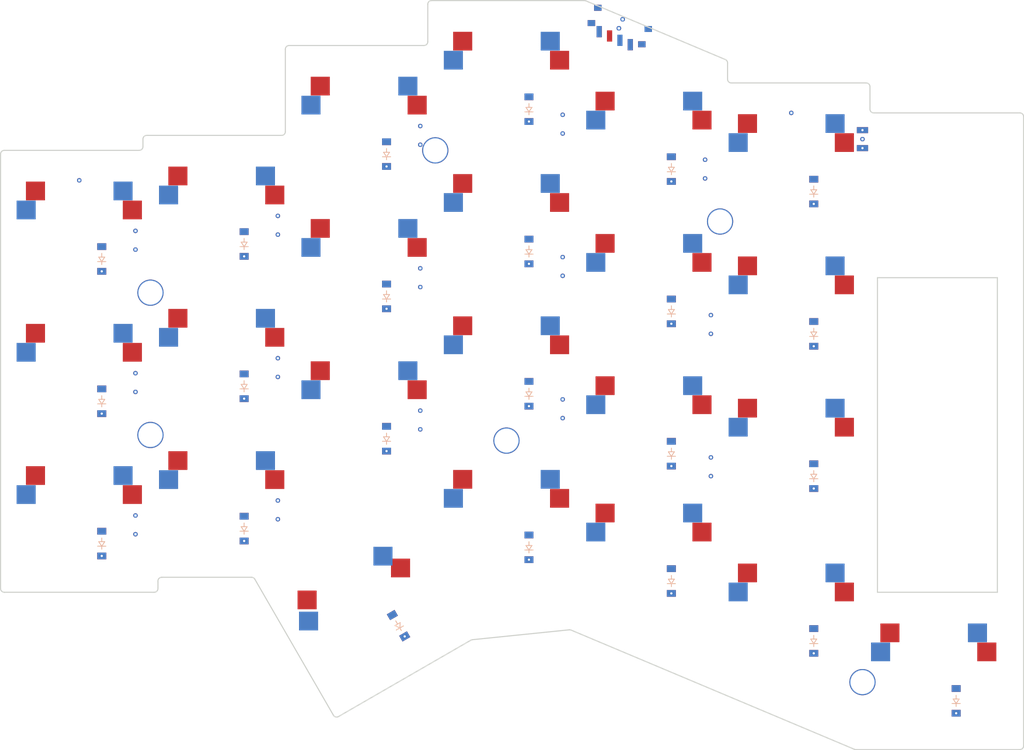
<source format=kicad_pcb>

            
(kicad_pcb (version 20171130) (host pcbnew 5.1.6)

  (page A3)
  (title_block
    (title iteMX_pcb)
    (rev v1.0.0)
    (company Unknown)
  )

  (general
    (thickness 1.6)
  )

  (layers
    (0 F.Cu signal)
    (31 B.Cu signal)
    (32 B.Adhes user)
    (33 F.Adhes user)
    (34 B.Paste user)
    (35 F.Paste user)
    (36 B.SilkS user)
    (37 F.SilkS user)
    (38 B.Mask user)
    (39 F.Mask user)
    (40 Dwgs.User user)
    (41 Cmts.User user)
    (42 Eco1.User user)
    (43 Eco2.User user)
    (44 Edge.Cuts user)
    (45 Margin user)
    (46 B.CrtYd user)
    (47 F.CrtYd user)
    (48 B.Fab user)
    (49 F.Fab user)
  )

  (setup
    (last_trace_width 0.25)
    (trace_clearance 0.2)
    (zone_clearance 0.508)
    (zone_45_only no)
    (trace_min 0.2)
    (via_size 0.8)
    (via_drill 0.4)
    (via_min_size 0.4)
    (via_min_drill 0.3)
    (uvia_size 0.3)
    (uvia_drill 0.1)
    (uvias_allowed no)
    (uvia_min_size 0.2)
    (uvia_min_drill 0.1)
    (edge_width 0.05)
    (segment_width 0.2)
    (pcb_text_width 0.3)
    (pcb_text_size 1.5 1.5)
    (mod_edge_width 0.12)
    (mod_text_size 1 1)
    (mod_text_width 0.15)
    (pad_size 1.524 1.524)
    (pad_drill 0.762)
    (pad_to_mask_clearance 0.05)
    (aux_axis_origin 0 0)
    (visible_elements FFFFFF7F)
    (pcbplotparams
      (layerselection 0x010fc_ffffffff)
      (usegerberextensions false)
      (usegerberattributes true)
      (usegerberadvancedattributes true)
      (creategerberjobfile true)
      (excludeedgelayer true)
      (linewidth 0.100000)
      (plotframeref false)
      (viasonmask false)
      (mode 1)
      (useauxorigin false)
      (hpglpennumber 1)
      (hpglpenspeed 20)
      (hpglpendiameter 15.000000)
      (psnegative false)
      (psa4output false)
      (plotreference true)
      (plotvalue true)
      (plotinvisibletext false)
      (padsonsilk false)
      (subtractmaskfromsilk false)
      (outputformat 1)
      (mirror false)
      (drillshape 1)
      (scaleselection 1)
      (outputdirectory ""))
  )

            (net 0 "")
(net 1 "outer_bottom")
(net 2 "col_1")
(net 3 "row_3")
(net 4 "outer_home")
(net 5 "row_2")
(net 6 "outer_top")
(net 7 "row_1")
(net 8 "pinkie_bottom")
(net 9 "col_2")
(net 10 "pinkie_home")
(net 11 "pinkie_top")
(net 12 "ring_bottom")
(net 13 "col_3")
(net 14 "ring_home")
(net 15 "ring_top")
(net 16 "middle_bottom")
(net 17 "col_4")
(net 18 "middle_home")
(net 19 "middle_top")
(net 20 "index_bottom")
(net 21 "col_5")
(net 22 "index_home")
(net 23 "index_top")
(net 24 "inner_bottom")
(net 25 "col_6")
(net 26 "inner_home")
(net 27 "inner_top")
(net 28 "alt_first")
(net 29 "row_4")
(net 30 "ctrl_first")
(net 31 "shift_first")
(net 32 "e_first")
(net 33 "layer_first")
(net 34 "pos")
(net 35 "RAW")
(net 36 "GND")
            
  (net_class Default "This is the default net class."
    (clearance 0.2)
    (trace_width 0.25)
    (via_dia 0.8)
    (via_drill 0.4)
    (uvia_dia 0.3)
    (uvia_drill 0.1)
    (add_net "")
(add_net "outer_bottom")
(add_net "col_1")
(add_net "row_3")
(add_net "outer_home")
(add_net "row_2")
(add_net "outer_top")
(add_net "row_1")
(add_net "pinkie_bottom")
(add_net "col_2")
(add_net "pinkie_home")
(add_net "pinkie_top")
(add_net "ring_bottom")
(add_net "col_3")
(add_net "ring_home")
(add_net "ring_top")
(add_net "middle_bottom")
(add_net "col_4")
(add_net "middle_home")
(add_net "middle_top")
(add_net "index_bottom")
(add_net "col_5")
(add_net "index_home")
(add_net "index_top")
(add_net "inner_bottom")
(add_net "col_6")
(add_net "inner_home")
(add_net "inner_top")
(add_net "alt_first")
(add_net "row_4")
(add_net "ctrl_first")
(add_net "shift_first")
(add_net "e_first")
(add_net "layer_first")
(add_net "pos")
(add_net "RAW")
(add_net "GND")
  )

            
        
      (module mx_hotswapp (layer F.Cu) (tedit 5DD4F656)
      (at 0 0 0)

      
      (fp_text reference "S1" (at 0 0) (layer F.SilkS) hide (effects (font (size 1.27 1.27) (thickness 0.15))))
      (fp_text value "" (at 0 0) (layer F.SilkS) hide (effects (font (size 1.27 1.27) (thickness 0.15))))

      
      (fp_line (start -7 -6) (end -7 -7) (layer Dwgs.User) (width 0.15))
      (fp_line (start -7 7) (end -6 7) (layer Dwgs.User) (width 0.15))
      (fp_line (start -6 -7) (end -7 -7) (layer Dwgs.User) (width 0.15))
      (fp_line (start -7 7) (end -7 6) (layer Dwgs.User) (width 0.15))
      (fp_line (start 7 6) (end 7 7) (layer Dwgs.User) (width 0.15))
      (fp_line (start 7 -7) (end 6 -7) (layer Dwgs.User) (width 0.15))
      (fp_line (start 6 7) (end 7 7) (layer Dwgs.User) (width 0.15))
      (fp_line (start 7 -7) (end 7 -6) (layer Dwgs.User) (width 0.15))
    
      
      (pad "" np_thru_hole circle (at 0 0) (size 3.9878 3.9878) (drill 3.9878) (layers *.Cu *.Mask))

      
      (pad "" np_thru_hole circle (at 5.08 0) (size 1.7018 1.7018) (drill 1.7018) (layers *.Cu *.Mask))
      (pad "" np_thru_hole circle (at -5.08 0) (size 1.7018 1.7018) (drill 1.7018) (layers *.Cu *.Mask))
      
        
      
      (fp_line (start -9.5 -9.5) (end 9.5 -9.5) (layer Dwgs.User) (width 0.15))
      (fp_line (start 9.5 -9.5) (end 9.5 9.5) (layer Dwgs.User) (width 0.15))
      (fp_line (start 9.5 9.5) (end -9.5 9.5) (layer Dwgs.User) (width 0.15))
      (fp_line (start -9.5 9.5) (end -9.5 -9.5) (layer Dwgs.User) (width 0.15))
      
        
        
        (pad "" np_thru_hole circle (at 2.54 -5.08) (size 3 3) (drill 3) (layers *.Cu *.Mask))
        (pad "" np_thru_hole circle (at -3.81 -2.54) (size 3 3) (drill 3) (layers *.Cu *.Mask))
        
        
        (pad 1 smd rect (at -7.085 -2.54 180) (size 2.55 2.5) (layers B.Cu B.Paste B.Mask) (net 1 "outer_bottom"))
        (pad 2 smd rect (at 5.842 -5.08 180) (size 2.55 2.5) (layers B.Cu B.Paste B.Mask) (net 2 "col_1"))
        
        
        
        (pad "" np_thru_hole circle (at -2.54 -5.08) (size 3 3) (drill 3) (layers *.Cu *.Mask))
        (pad "" np_thru_hole circle (at 3.81 -2.54) (size 3 3) (drill 3) (layers *.Cu *.Mask))
        
        
        (pad 1 smd rect (at 7.085 -2.54 180) (size 2.55 2.5) (layers F.Cu F.Paste F.Mask) (net 1 "outer_bottom"))
        (pad 2 smd rect (at -5.842 -5.08 180) (size 2.55 2.5) (layers F.Cu F.Paste F.Mask) (net 2 "col_1"))
        )
        

  
    (module diode_via (layer F.Cu) (tedit 5B24D78E)
        (at 3 4 90)
        
        (fp_text reference "D1" (at 0 0) (layer F.SilkS) hide (effects (font (size 1.27 1.27) (thickness 0.15))))
        (fp_text value "" (at 0 0) (layer F.SilkS) hide (effects (font (size 1.27 1.27) (thickness 0.15))))
        
        
        (fp_line (start 0.25 0) (end 0.75 0) (layer F.SilkS) (width 0.1))
        (fp_line (start 0.25 0.4) (end -0.35 0) (layer F.SilkS) (width 0.1))
        (fp_line (start 0.25 -0.4) (end 0.25 0.4) (layer F.SilkS) (width 0.1))
        (fp_line (start -0.35 0) (end 0.25 -0.4) (layer F.SilkS) (width 0.1))
        (fp_line (start -0.35 0) (end -0.35 0.55) (layer F.SilkS) (width 0.1))
        (fp_line (start -0.35 0) (end -0.35 -0.55) (layer F.SilkS) (width 0.1))
        (fp_line (start -0.75 0) (end -0.35 0) (layer F.SilkS) (width 0.1))
        (fp_line (start 0.25 0) (end 0.75 0) (layer B.SilkS) (width 0.1))
        (fp_line (start 0.25 0.4) (end -0.35 0) (layer B.SilkS) (width 0.1))
        (fp_line (start 0.25 -0.4) (end 0.25 0.4) (layer B.SilkS) (width 0.1))
        (fp_line (start -0.35 0) (end 0.25 -0.4) (layer B.SilkS) (width 0.1))
        (fp_line (start -0.35 0) (end -0.35 0.55) (layer B.SilkS) (width 0.1))
        (fp_line (start -0.35 0) (end -0.35 -0.55) (layer B.SilkS) (width 0.1))
        (fp_line (start -0.75 0) (end -0.35 0) (layer B.SilkS) (width 0.1))
    
        
        (pad 1 smd rect (at -1.65 0 90) (size 0.9 1.2) (layers F.Cu F.Paste F.Mask) (net 3 "row_3"))
        (pad 2 smd rect (at 1.65 0 90) (size 0.9 1.2) (layers B.Cu B.Paste B.Mask) (net 1 "outer_bottom"))
        (pad 1 smd rect (at -1.65 0 90) (size 0.9 1.2) (layers B.Cu B.Paste B.Mask) (net 3 "row_3"))
        (pad 2 smd rect (at 1.65 0 90) (size 0.9 1.2) (layers F.Cu F.Paste F.Mask) (net 1 "outer_bottom"))
        
        
        (pad 1 thru_hole circle (at -1.65 0) (size 0.4 0.4) (drill 0.3) (layers *.Cu) (zone_connect 2) (net 3 "row_3"))
        
    )
  
    

        
      (module mx_hotswapp (layer F.Cu) (tedit 5DD4F656)
      (at 0 -19 0)

      
      (fp_text reference "S2" (at 0 0) (layer F.SilkS) hide (effects (font (size 1.27 1.27) (thickness 0.15))))
      (fp_text value "" (at 0 0) (layer F.SilkS) hide (effects (font (size 1.27 1.27) (thickness 0.15))))

      
      (fp_line (start -7 -6) (end -7 -7) (layer Dwgs.User) (width 0.15))
      (fp_line (start -7 7) (end -6 7) (layer Dwgs.User) (width 0.15))
      (fp_line (start -6 -7) (end -7 -7) (layer Dwgs.User) (width 0.15))
      (fp_line (start -7 7) (end -7 6) (layer Dwgs.User) (width 0.15))
      (fp_line (start 7 6) (end 7 7) (layer Dwgs.User) (width 0.15))
      (fp_line (start 7 -7) (end 6 -7) (layer Dwgs.User) (width 0.15))
      (fp_line (start 6 7) (end 7 7) (layer Dwgs.User) (width 0.15))
      (fp_line (start 7 -7) (end 7 -6) (layer Dwgs.User) (width 0.15))
    
      
      (pad "" np_thru_hole circle (at 0 0) (size 3.9878 3.9878) (drill 3.9878) (layers *.Cu *.Mask))

      
      (pad "" np_thru_hole circle (at 5.08 0) (size 1.7018 1.7018) (drill 1.7018) (layers *.Cu *.Mask))
      (pad "" np_thru_hole circle (at -5.08 0) (size 1.7018 1.7018) (drill 1.7018) (layers *.Cu *.Mask))
      
        
      
      (fp_line (start -9.5 -9.5) (end 9.5 -9.5) (layer Dwgs.User) (width 0.15))
      (fp_line (start 9.5 -9.5) (end 9.5 9.5) (layer Dwgs.User) (width 0.15))
      (fp_line (start 9.5 9.5) (end -9.5 9.5) (layer Dwgs.User) (width 0.15))
      (fp_line (start -9.5 9.5) (end -9.5 -9.5) (layer Dwgs.User) (width 0.15))
      
        
        
        (pad "" np_thru_hole circle (at 2.54 -5.08) (size 3 3) (drill 3) (layers *.Cu *.Mask))
        (pad "" np_thru_hole circle (at -3.81 -2.54) (size 3 3) (drill 3) (layers *.Cu *.Mask))
        
        
        (pad 1 smd rect (at -7.085 -2.54 180) (size 2.55 2.5) (layers B.Cu B.Paste B.Mask) (net 4 "outer_home"))
        (pad 2 smd rect (at 5.842 -5.08 180) (size 2.55 2.5) (layers B.Cu B.Paste B.Mask) (net 2 "col_1"))
        
        
        
        (pad "" np_thru_hole circle (at -2.54 -5.08) (size 3 3) (drill 3) (layers *.Cu *.Mask))
        (pad "" np_thru_hole circle (at 3.81 -2.54) (size 3 3) (drill 3) (layers *.Cu *.Mask))
        
        
        (pad 1 smd rect (at 7.085 -2.54 180) (size 2.55 2.5) (layers F.Cu F.Paste F.Mask) (net 4 "outer_home"))
        (pad 2 smd rect (at -5.842 -5.08 180) (size 2.55 2.5) (layers F.Cu F.Paste F.Mask) (net 2 "col_1"))
        )
        

  
    (module diode_via (layer F.Cu) (tedit 5B24D78E)
        (at 3 -15 90)
        
        (fp_text reference "D2" (at 0 0) (layer F.SilkS) hide (effects (font (size 1.27 1.27) (thickness 0.15))))
        (fp_text value "" (at 0 0) (layer F.SilkS) hide (effects (font (size 1.27 1.27) (thickness 0.15))))
        
        
        (fp_line (start 0.25 0) (end 0.75 0) (layer F.SilkS) (width 0.1))
        (fp_line (start 0.25 0.4) (end -0.35 0) (layer F.SilkS) (width 0.1))
        (fp_line (start 0.25 -0.4) (end 0.25 0.4) (layer F.SilkS) (width 0.1))
        (fp_line (start -0.35 0) (end 0.25 -0.4) (layer F.SilkS) (width 0.1))
        (fp_line (start -0.35 0) (end -0.35 0.55) (layer F.SilkS) (width 0.1))
        (fp_line (start -0.35 0) (end -0.35 -0.55) (layer F.SilkS) (width 0.1))
        (fp_line (start -0.75 0) (end -0.35 0) (layer F.SilkS) (width 0.1))
        (fp_line (start 0.25 0) (end 0.75 0) (layer B.SilkS) (width 0.1))
        (fp_line (start 0.25 0.4) (end -0.35 0) (layer B.SilkS) (width 0.1))
        (fp_line (start 0.25 -0.4) (end 0.25 0.4) (layer B.SilkS) (width 0.1))
        (fp_line (start -0.35 0) (end 0.25 -0.4) (layer B.SilkS) (width 0.1))
        (fp_line (start -0.35 0) (end -0.35 0.55) (layer B.SilkS) (width 0.1))
        (fp_line (start -0.35 0) (end -0.35 -0.55) (layer B.SilkS) (width 0.1))
        (fp_line (start -0.75 0) (end -0.35 0) (layer B.SilkS) (width 0.1))
    
        
        (pad 1 smd rect (at -1.65 0 90) (size 0.9 1.2) (layers F.Cu F.Paste F.Mask) (net 5 "row_2"))
        (pad 2 smd rect (at 1.65 0 90) (size 0.9 1.2) (layers B.Cu B.Paste B.Mask) (net 4 "outer_home"))
        (pad 1 smd rect (at -1.65 0 90) (size 0.9 1.2) (layers B.Cu B.Paste B.Mask) (net 5 "row_2"))
        (pad 2 smd rect (at 1.65 0 90) (size 0.9 1.2) (layers F.Cu F.Paste F.Mask) (net 4 "outer_home"))
        
        
        (pad 1 thru_hole circle (at -1.65 0) (size 0.4 0.4) (drill 0.3) (layers *.Cu) (zone_connect 2) (net 5 "row_2"))
        
    )
  
    

        
      (module mx_hotswapp (layer F.Cu) (tedit 5DD4F656)
      (at 0 -38 0)

      
      (fp_text reference "S3" (at 0 0) (layer F.SilkS) hide (effects (font (size 1.27 1.27) (thickness 0.15))))
      (fp_text value "" (at 0 0) (layer F.SilkS) hide (effects (font (size 1.27 1.27) (thickness 0.15))))

      
      (fp_line (start -7 -6) (end -7 -7) (layer Dwgs.User) (width 0.15))
      (fp_line (start -7 7) (end -6 7) (layer Dwgs.User) (width 0.15))
      (fp_line (start -6 -7) (end -7 -7) (layer Dwgs.User) (width 0.15))
      (fp_line (start -7 7) (end -7 6) (layer Dwgs.User) (width 0.15))
      (fp_line (start 7 6) (end 7 7) (layer Dwgs.User) (width 0.15))
      (fp_line (start 7 -7) (end 6 -7) (layer Dwgs.User) (width 0.15))
      (fp_line (start 6 7) (end 7 7) (layer Dwgs.User) (width 0.15))
      (fp_line (start 7 -7) (end 7 -6) (layer Dwgs.User) (width 0.15))
    
      
      (pad "" np_thru_hole circle (at 0 0) (size 3.9878 3.9878) (drill 3.9878) (layers *.Cu *.Mask))

      
      (pad "" np_thru_hole circle (at 5.08 0) (size 1.7018 1.7018) (drill 1.7018) (layers *.Cu *.Mask))
      (pad "" np_thru_hole circle (at -5.08 0) (size 1.7018 1.7018) (drill 1.7018) (layers *.Cu *.Mask))
      
        
      
      (fp_line (start -9.5 -9.5) (end 9.5 -9.5) (layer Dwgs.User) (width 0.15))
      (fp_line (start 9.5 -9.5) (end 9.5 9.5) (layer Dwgs.User) (width 0.15))
      (fp_line (start 9.5 9.5) (end -9.5 9.5) (layer Dwgs.User) (width 0.15))
      (fp_line (start -9.5 9.5) (end -9.5 -9.5) (layer Dwgs.User) (width 0.15))
      
        
        
        (pad "" np_thru_hole circle (at 2.54 -5.08) (size 3 3) (drill 3) (layers *.Cu *.Mask))
        (pad "" np_thru_hole circle (at -3.81 -2.54) (size 3 3) (drill 3) (layers *.Cu *.Mask))
        
        
        (pad 1 smd rect (at -7.085 -2.54 180) (size 2.55 2.5) (layers B.Cu B.Paste B.Mask) (net 6 "outer_top"))
        (pad 2 smd rect (at 5.842 -5.08 180) (size 2.55 2.5) (layers B.Cu B.Paste B.Mask) (net 2 "col_1"))
        
        
        
        (pad "" np_thru_hole circle (at -2.54 -5.08) (size 3 3) (drill 3) (layers *.Cu *.Mask))
        (pad "" np_thru_hole circle (at 3.81 -2.54) (size 3 3) (drill 3) (layers *.Cu *.Mask))
        
        
        (pad 1 smd rect (at 7.085 -2.54 180) (size 2.55 2.5) (layers F.Cu F.Paste F.Mask) (net 6 "outer_top"))
        (pad 2 smd rect (at -5.842 -5.08 180) (size 2.55 2.5) (layers F.Cu F.Paste F.Mask) (net 2 "col_1"))
        )
        

  
    (module diode_via (layer F.Cu) (tedit 5B24D78E)
        (at 3 -34 90)
        
        (fp_text reference "D3" (at 0 0) (layer F.SilkS) hide (effects (font (size 1.27 1.27) (thickness 0.15))))
        (fp_text value "" (at 0 0) (layer F.SilkS) hide (effects (font (size 1.27 1.27) (thickness 0.15))))
        
        
        (fp_line (start 0.25 0) (end 0.75 0) (layer F.SilkS) (width 0.1))
        (fp_line (start 0.25 0.4) (end -0.35 0) (layer F.SilkS) (width 0.1))
        (fp_line (start 0.25 -0.4) (end 0.25 0.4) (layer F.SilkS) (width 0.1))
        (fp_line (start -0.35 0) (end 0.25 -0.4) (layer F.SilkS) (width 0.1))
        (fp_line (start -0.35 0) (end -0.35 0.55) (layer F.SilkS) (width 0.1))
        (fp_line (start -0.35 0) (end -0.35 -0.55) (layer F.SilkS) (width 0.1))
        (fp_line (start -0.75 0) (end -0.35 0) (layer F.SilkS) (width 0.1))
        (fp_line (start 0.25 0) (end 0.75 0) (layer B.SilkS) (width 0.1))
        (fp_line (start 0.25 0.4) (end -0.35 0) (layer B.SilkS) (width 0.1))
        (fp_line (start 0.25 -0.4) (end 0.25 0.4) (layer B.SilkS) (width 0.1))
        (fp_line (start -0.35 0) (end 0.25 -0.4) (layer B.SilkS) (width 0.1))
        (fp_line (start -0.35 0) (end -0.35 0.55) (layer B.SilkS) (width 0.1))
        (fp_line (start -0.35 0) (end -0.35 -0.55) (layer B.SilkS) (width 0.1))
        (fp_line (start -0.75 0) (end -0.35 0) (layer B.SilkS) (width 0.1))
    
        
        (pad 1 smd rect (at -1.65 0 90) (size 0.9 1.2) (layers F.Cu F.Paste F.Mask) (net 7 "row_1"))
        (pad 2 smd rect (at 1.65 0 90) (size 0.9 1.2) (layers B.Cu B.Paste B.Mask) (net 6 "outer_top"))
        (pad 1 smd rect (at -1.65 0 90) (size 0.9 1.2) (layers B.Cu B.Paste B.Mask) (net 7 "row_1"))
        (pad 2 smd rect (at 1.65 0 90) (size 0.9 1.2) (layers F.Cu F.Paste F.Mask) (net 6 "outer_top"))
        
        
        (pad 1 thru_hole circle (at -1.65 0) (size 0.4 0.4) (drill 0.3) (layers *.Cu) (zone_connect 2) (net 7 "row_1"))
        
    )
  
    

        
      (module mx_hotswapp (layer F.Cu) (tedit 5DD4F656)
      (at 19 -2 0)

      
      (fp_text reference "S4" (at 0 0) (layer F.SilkS) hide (effects (font (size 1.27 1.27) (thickness 0.15))))
      (fp_text value "" (at 0 0) (layer F.SilkS) hide (effects (font (size 1.27 1.27) (thickness 0.15))))

      
      (fp_line (start -7 -6) (end -7 -7) (layer Dwgs.User) (width 0.15))
      (fp_line (start -7 7) (end -6 7) (layer Dwgs.User) (width 0.15))
      (fp_line (start -6 -7) (end -7 -7) (layer Dwgs.User) (width 0.15))
      (fp_line (start -7 7) (end -7 6) (layer Dwgs.User) (width 0.15))
      (fp_line (start 7 6) (end 7 7) (layer Dwgs.User) (width 0.15))
      (fp_line (start 7 -7) (end 6 -7) (layer Dwgs.User) (width 0.15))
      (fp_line (start 6 7) (end 7 7) (layer Dwgs.User) (width 0.15))
      (fp_line (start 7 -7) (end 7 -6) (layer Dwgs.User) (width 0.15))
    
      
      (pad "" np_thru_hole circle (at 0 0) (size 3.9878 3.9878) (drill 3.9878) (layers *.Cu *.Mask))

      
      (pad "" np_thru_hole circle (at 5.08 0) (size 1.7018 1.7018) (drill 1.7018) (layers *.Cu *.Mask))
      (pad "" np_thru_hole circle (at -5.08 0) (size 1.7018 1.7018) (drill 1.7018) (layers *.Cu *.Mask))
      
        
      
      (fp_line (start -9.5 -9.5) (end 9.5 -9.5) (layer Dwgs.User) (width 0.15))
      (fp_line (start 9.5 -9.5) (end 9.5 9.5) (layer Dwgs.User) (width 0.15))
      (fp_line (start 9.5 9.5) (end -9.5 9.5) (layer Dwgs.User) (width 0.15))
      (fp_line (start -9.5 9.5) (end -9.5 -9.5) (layer Dwgs.User) (width 0.15))
      
        
        
        (pad "" np_thru_hole circle (at 2.54 -5.08) (size 3 3) (drill 3) (layers *.Cu *.Mask))
        (pad "" np_thru_hole circle (at -3.81 -2.54) (size 3 3) (drill 3) (layers *.Cu *.Mask))
        
        
        (pad 1 smd rect (at -7.085 -2.54 180) (size 2.55 2.5) (layers B.Cu B.Paste B.Mask) (net 8 "pinkie_bottom"))
        (pad 2 smd rect (at 5.842 -5.08 180) (size 2.55 2.5) (layers B.Cu B.Paste B.Mask) (net 9 "col_2"))
        
        
        
        (pad "" np_thru_hole circle (at -2.54 -5.08) (size 3 3) (drill 3) (layers *.Cu *.Mask))
        (pad "" np_thru_hole circle (at 3.81 -2.54) (size 3 3) (drill 3) (layers *.Cu *.Mask))
        
        
        (pad 1 smd rect (at 7.085 -2.54 180) (size 2.55 2.5) (layers F.Cu F.Paste F.Mask) (net 8 "pinkie_bottom"))
        (pad 2 smd rect (at -5.842 -5.08 180) (size 2.55 2.5) (layers F.Cu F.Paste F.Mask) (net 9 "col_2"))
        )
        

  
    (module diode_via (layer F.Cu) (tedit 5B24D78E)
        (at 22 2 90)
        
        (fp_text reference "D4" (at 0 0) (layer F.SilkS) hide (effects (font (size 1.27 1.27) (thickness 0.15))))
        (fp_text value "" (at 0 0) (layer F.SilkS) hide (effects (font (size 1.27 1.27) (thickness 0.15))))
        
        
        (fp_line (start 0.25 0) (end 0.75 0) (layer F.SilkS) (width 0.1))
        (fp_line (start 0.25 0.4) (end -0.35 0) (layer F.SilkS) (width 0.1))
        (fp_line (start 0.25 -0.4) (end 0.25 0.4) (layer F.SilkS) (width 0.1))
        (fp_line (start -0.35 0) (end 0.25 -0.4) (layer F.SilkS) (width 0.1))
        (fp_line (start -0.35 0) (end -0.35 0.55) (layer F.SilkS) (width 0.1))
        (fp_line (start -0.35 0) (end -0.35 -0.55) (layer F.SilkS) (width 0.1))
        (fp_line (start -0.75 0) (end -0.35 0) (layer F.SilkS) (width 0.1))
        (fp_line (start 0.25 0) (end 0.75 0) (layer B.SilkS) (width 0.1))
        (fp_line (start 0.25 0.4) (end -0.35 0) (layer B.SilkS) (width 0.1))
        (fp_line (start 0.25 -0.4) (end 0.25 0.4) (layer B.SilkS) (width 0.1))
        (fp_line (start -0.35 0) (end 0.25 -0.4) (layer B.SilkS) (width 0.1))
        (fp_line (start -0.35 0) (end -0.35 0.55) (layer B.SilkS) (width 0.1))
        (fp_line (start -0.35 0) (end -0.35 -0.55) (layer B.SilkS) (width 0.1))
        (fp_line (start -0.75 0) (end -0.35 0) (layer B.SilkS) (width 0.1))
    
        
        (pad 1 smd rect (at -1.65 0 90) (size 0.9 1.2) (layers F.Cu F.Paste F.Mask) (net 3 "row_3"))
        (pad 2 smd rect (at 1.65 0 90) (size 0.9 1.2) (layers B.Cu B.Paste B.Mask) (net 8 "pinkie_bottom"))
        (pad 1 smd rect (at -1.65 0 90) (size 0.9 1.2) (layers B.Cu B.Paste B.Mask) (net 3 "row_3"))
        (pad 2 smd rect (at 1.65 0 90) (size 0.9 1.2) (layers F.Cu F.Paste F.Mask) (net 8 "pinkie_bottom"))
        
        
        (pad 1 thru_hole circle (at -1.65 0) (size 0.4 0.4) (drill 0.3) (layers *.Cu) (zone_connect 2) (net 3 "row_3"))
        
    )
  
    

        
      (module mx_hotswapp (layer F.Cu) (tedit 5DD4F656)
      (at 19 -21 0)

      
      (fp_text reference "S5" (at 0 0) (layer F.SilkS) hide (effects (font (size 1.27 1.27) (thickness 0.15))))
      (fp_text value "" (at 0 0) (layer F.SilkS) hide (effects (font (size 1.27 1.27) (thickness 0.15))))

      
      (fp_line (start -7 -6) (end -7 -7) (layer Dwgs.User) (width 0.15))
      (fp_line (start -7 7) (end -6 7) (layer Dwgs.User) (width 0.15))
      (fp_line (start -6 -7) (end -7 -7) (layer Dwgs.User) (width 0.15))
      (fp_line (start -7 7) (end -7 6) (layer Dwgs.User) (width 0.15))
      (fp_line (start 7 6) (end 7 7) (layer Dwgs.User) (width 0.15))
      (fp_line (start 7 -7) (end 6 -7) (layer Dwgs.User) (width 0.15))
      (fp_line (start 6 7) (end 7 7) (layer Dwgs.User) (width 0.15))
      (fp_line (start 7 -7) (end 7 -6) (layer Dwgs.User) (width 0.15))
    
      
      (pad "" np_thru_hole circle (at 0 0) (size 3.9878 3.9878) (drill 3.9878) (layers *.Cu *.Mask))

      
      (pad "" np_thru_hole circle (at 5.08 0) (size 1.7018 1.7018) (drill 1.7018) (layers *.Cu *.Mask))
      (pad "" np_thru_hole circle (at -5.08 0) (size 1.7018 1.7018) (drill 1.7018) (layers *.Cu *.Mask))
      
        
      
      (fp_line (start -9.5 -9.5) (end 9.5 -9.5) (layer Dwgs.User) (width 0.15))
      (fp_line (start 9.5 -9.5) (end 9.5 9.5) (layer Dwgs.User) (width 0.15))
      (fp_line (start 9.5 9.5) (end -9.5 9.5) (layer Dwgs.User) (width 0.15))
      (fp_line (start -9.5 9.5) (end -9.5 -9.5) (layer Dwgs.User) (width 0.15))
      
        
        
        (pad "" np_thru_hole circle (at 2.54 -5.08) (size 3 3) (drill 3) (layers *.Cu *.Mask))
        (pad "" np_thru_hole circle (at -3.81 -2.54) (size 3 3) (drill 3) (layers *.Cu *.Mask))
        
        
        (pad 1 smd rect (at -7.085 -2.54 180) (size 2.55 2.5) (layers B.Cu B.Paste B.Mask) (net 10 "pinkie_home"))
        (pad 2 smd rect (at 5.842 -5.08 180) (size 2.55 2.5) (layers B.Cu B.Paste B.Mask) (net 9 "col_2"))
        
        
        
        (pad "" np_thru_hole circle (at -2.54 -5.08) (size 3 3) (drill 3) (layers *.Cu *.Mask))
        (pad "" np_thru_hole circle (at 3.81 -2.54) (size 3 3) (drill 3) (layers *.Cu *.Mask))
        
        
        (pad 1 smd rect (at 7.085 -2.54 180) (size 2.55 2.5) (layers F.Cu F.Paste F.Mask) (net 10 "pinkie_home"))
        (pad 2 smd rect (at -5.842 -5.08 180) (size 2.55 2.5) (layers F.Cu F.Paste F.Mask) (net 9 "col_2"))
        )
        

  
    (module diode_via (layer F.Cu) (tedit 5B24D78E)
        (at 22 -17 90)
        
        (fp_text reference "D5" (at 0 0) (layer F.SilkS) hide (effects (font (size 1.27 1.27) (thickness 0.15))))
        (fp_text value "" (at 0 0) (layer F.SilkS) hide (effects (font (size 1.27 1.27) (thickness 0.15))))
        
        
        (fp_line (start 0.25 0) (end 0.75 0) (layer F.SilkS) (width 0.1))
        (fp_line (start 0.25 0.4) (end -0.35 0) (layer F.SilkS) (width 0.1))
        (fp_line (start 0.25 -0.4) (end 0.25 0.4) (layer F.SilkS) (width 0.1))
        (fp_line (start -0.35 0) (end 0.25 -0.4) (layer F.SilkS) (width 0.1))
        (fp_line (start -0.35 0) (end -0.35 0.55) (layer F.SilkS) (width 0.1))
        (fp_line (start -0.35 0) (end -0.35 -0.55) (layer F.SilkS) (width 0.1))
        (fp_line (start -0.75 0) (end -0.35 0) (layer F.SilkS) (width 0.1))
        (fp_line (start 0.25 0) (end 0.75 0) (layer B.SilkS) (width 0.1))
        (fp_line (start 0.25 0.4) (end -0.35 0) (layer B.SilkS) (width 0.1))
        (fp_line (start 0.25 -0.4) (end 0.25 0.4) (layer B.SilkS) (width 0.1))
        (fp_line (start -0.35 0) (end 0.25 -0.4) (layer B.SilkS) (width 0.1))
        (fp_line (start -0.35 0) (end -0.35 0.55) (layer B.SilkS) (width 0.1))
        (fp_line (start -0.35 0) (end -0.35 -0.55) (layer B.SilkS) (width 0.1))
        (fp_line (start -0.75 0) (end -0.35 0) (layer B.SilkS) (width 0.1))
    
        
        (pad 1 smd rect (at -1.65 0 90) (size 0.9 1.2) (layers F.Cu F.Paste F.Mask) (net 5 "row_2"))
        (pad 2 smd rect (at 1.65 0 90) (size 0.9 1.2) (layers B.Cu B.Paste B.Mask) (net 10 "pinkie_home"))
        (pad 1 smd rect (at -1.65 0 90) (size 0.9 1.2) (layers B.Cu B.Paste B.Mask) (net 5 "row_2"))
        (pad 2 smd rect (at 1.65 0 90) (size 0.9 1.2) (layers F.Cu F.Paste F.Mask) (net 10 "pinkie_home"))
        
        
        (pad 1 thru_hole circle (at -1.65 0) (size 0.4 0.4) (drill 0.3) (layers *.Cu) (zone_connect 2) (net 5 "row_2"))
        
    )
  
    

        
      (module mx_hotswapp (layer F.Cu) (tedit 5DD4F656)
      (at 19 -40 0)

      
      (fp_text reference "S6" (at 0 0) (layer F.SilkS) hide (effects (font (size 1.27 1.27) (thickness 0.15))))
      (fp_text value "" (at 0 0) (layer F.SilkS) hide (effects (font (size 1.27 1.27) (thickness 0.15))))

      
      (fp_line (start -7 -6) (end -7 -7) (layer Dwgs.User) (width 0.15))
      (fp_line (start -7 7) (end -6 7) (layer Dwgs.User) (width 0.15))
      (fp_line (start -6 -7) (end -7 -7) (layer Dwgs.User) (width 0.15))
      (fp_line (start -7 7) (end -7 6) (layer Dwgs.User) (width 0.15))
      (fp_line (start 7 6) (end 7 7) (layer Dwgs.User) (width 0.15))
      (fp_line (start 7 -7) (end 6 -7) (layer Dwgs.User) (width 0.15))
      (fp_line (start 6 7) (end 7 7) (layer Dwgs.User) (width 0.15))
      (fp_line (start 7 -7) (end 7 -6) (layer Dwgs.User) (width 0.15))
    
      
      (pad "" np_thru_hole circle (at 0 0) (size 3.9878 3.9878) (drill 3.9878) (layers *.Cu *.Mask))

      
      (pad "" np_thru_hole circle (at 5.08 0) (size 1.7018 1.7018) (drill 1.7018) (layers *.Cu *.Mask))
      (pad "" np_thru_hole circle (at -5.08 0) (size 1.7018 1.7018) (drill 1.7018) (layers *.Cu *.Mask))
      
        
      
      (fp_line (start -9.5 -9.5) (end 9.5 -9.5) (layer Dwgs.User) (width 0.15))
      (fp_line (start 9.5 -9.5) (end 9.5 9.5) (layer Dwgs.User) (width 0.15))
      (fp_line (start 9.5 9.5) (end -9.5 9.5) (layer Dwgs.User) (width 0.15))
      (fp_line (start -9.5 9.5) (end -9.5 -9.5) (layer Dwgs.User) (width 0.15))
      
        
        
        (pad "" np_thru_hole circle (at 2.54 -5.08) (size 3 3) (drill 3) (layers *.Cu *.Mask))
        (pad "" np_thru_hole circle (at -3.81 -2.54) (size 3 3) (drill 3) (layers *.Cu *.Mask))
        
        
        (pad 1 smd rect (at -7.085 -2.54 180) (size 2.55 2.5) (layers B.Cu B.Paste B.Mask) (net 11 "pinkie_top"))
        (pad 2 smd rect (at 5.842 -5.08 180) (size 2.55 2.5) (layers B.Cu B.Paste B.Mask) (net 9 "col_2"))
        
        
        
        (pad "" np_thru_hole circle (at -2.54 -5.08) (size 3 3) (drill 3) (layers *.Cu *.Mask))
        (pad "" np_thru_hole circle (at 3.81 -2.54) (size 3 3) (drill 3) (layers *.Cu *.Mask))
        
        
        (pad 1 smd rect (at 7.085 -2.54 180) (size 2.55 2.5) (layers F.Cu F.Paste F.Mask) (net 11 "pinkie_top"))
        (pad 2 smd rect (at -5.842 -5.08 180) (size 2.55 2.5) (layers F.Cu F.Paste F.Mask) (net 9 "col_2"))
        )
        

  
    (module diode_via (layer F.Cu) (tedit 5B24D78E)
        (at 22 -36 90)
        
        (fp_text reference "D6" (at 0 0) (layer F.SilkS) hide (effects (font (size 1.27 1.27) (thickness 0.15))))
        (fp_text value "" (at 0 0) (layer F.SilkS) hide (effects (font (size 1.27 1.27) (thickness 0.15))))
        
        
        (fp_line (start 0.25 0) (end 0.75 0) (layer F.SilkS) (width 0.1))
        (fp_line (start 0.25 0.4) (end -0.35 0) (layer F.SilkS) (width 0.1))
        (fp_line (start 0.25 -0.4) (end 0.25 0.4) (layer F.SilkS) (width 0.1))
        (fp_line (start -0.35 0) (end 0.25 -0.4) (layer F.SilkS) (width 0.1))
        (fp_line (start -0.35 0) (end -0.35 0.55) (layer F.SilkS) (width 0.1))
        (fp_line (start -0.35 0) (end -0.35 -0.55) (layer F.SilkS) (width 0.1))
        (fp_line (start -0.75 0) (end -0.35 0) (layer F.SilkS) (width 0.1))
        (fp_line (start 0.25 0) (end 0.75 0) (layer B.SilkS) (width 0.1))
        (fp_line (start 0.25 0.4) (end -0.35 0) (layer B.SilkS) (width 0.1))
        (fp_line (start 0.25 -0.4) (end 0.25 0.4) (layer B.SilkS) (width 0.1))
        (fp_line (start -0.35 0) (end 0.25 -0.4) (layer B.SilkS) (width 0.1))
        (fp_line (start -0.35 0) (end -0.35 0.55) (layer B.SilkS) (width 0.1))
        (fp_line (start -0.35 0) (end -0.35 -0.55) (layer B.SilkS) (width 0.1))
        (fp_line (start -0.75 0) (end -0.35 0) (layer B.SilkS) (width 0.1))
    
        
        (pad 1 smd rect (at -1.65 0 90) (size 0.9 1.2) (layers F.Cu F.Paste F.Mask) (net 7 "row_1"))
        (pad 2 smd rect (at 1.65 0 90) (size 0.9 1.2) (layers B.Cu B.Paste B.Mask) (net 11 "pinkie_top"))
        (pad 1 smd rect (at -1.65 0 90) (size 0.9 1.2) (layers B.Cu B.Paste B.Mask) (net 7 "row_1"))
        (pad 2 smd rect (at 1.65 0 90) (size 0.9 1.2) (layers F.Cu F.Paste F.Mask) (net 11 "pinkie_top"))
        
        
        (pad 1 thru_hole circle (at -1.65 0) (size 0.4 0.4) (drill 0.3) (layers *.Cu) (zone_connect 2) (net 7 "row_1"))
        
    )
  
    

        
      (module mx_hotswapp (layer F.Cu) (tedit 5DD4F656)
      (at 38 -14 0)

      
      (fp_text reference "S7" (at 0 0) (layer F.SilkS) hide (effects (font (size 1.27 1.27) (thickness 0.15))))
      (fp_text value "" (at 0 0) (layer F.SilkS) hide (effects (font (size 1.27 1.27) (thickness 0.15))))

      
      (fp_line (start -7 -6) (end -7 -7) (layer Dwgs.User) (width 0.15))
      (fp_line (start -7 7) (end -6 7) (layer Dwgs.User) (width 0.15))
      (fp_line (start -6 -7) (end -7 -7) (layer Dwgs.User) (width 0.15))
      (fp_line (start -7 7) (end -7 6) (layer Dwgs.User) (width 0.15))
      (fp_line (start 7 6) (end 7 7) (layer Dwgs.User) (width 0.15))
      (fp_line (start 7 -7) (end 6 -7) (layer Dwgs.User) (width 0.15))
      (fp_line (start 6 7) (end 7 7) (layer Dwgs.User) (width 0.15))
      (fp_line (start 7 -7) (end 7 -6) (layer Dwgs.User) (width 0.15))
    
      
      (pad "" np_thru_hole circle (at 0 0) (size 3.9878 3.9878) (drill 3.9878) (layers *.Cu *.Mask))

      
      (pad "" np_thru_hole circle (at 5.08 0) (size 1.7018 1.7018) (drill 1.7018) (layers *.Cu *.Mask))
      (pad "" np_thru_hole circle (at -5.08 0) (size 1.7018 1.7018) (drill 1.7018) (layers *.Cu *.Mask))
      
        
      
      (fp_line (start -9.5 -9.5) (end 9.5 -9.5) (layer Dwgs.User) (width 0.15))
      (fp_line (start 9.5 -9.5) (end 9.5 9.5) (layer Dwgs.User) (width 0.15))
      (fp_line (start 9.5 9.5) (end -9.5 9.5) (layer Dwgs.User) (width 0.15))
      (fp_line (start -9.5 9.5) (end -9.5 -9.5) (layer Dwgs.User) (width 0.15))
      
        
        
        (pad "" np_thru_hole circle (at 2.54 -5.08) (size 3 3) (drill 3) (layers *.Cu *.Mask))
        (pad "" np_thru_hole circle (at -3.81 -2.54) (size 3 3) (drill 3) (layers *.Cu *.Mask))
        
        
        (pad 1 smd rect (at -7.085 -2.54 180) (size 2.55 2.5) (layers B.Cu B.Paste B.Mask) (net 12 "ring_bottom"))
        (pad 2 smd rect (at 5.842 -5.08 180) (size 2.55 2.5) (layers B.Cu B.Paste B.Mask) (net 13 "col_3"))
        
        
        
        (pad "" np_thru_hole circle (at -2.54 -5.08) (size 3 3) (drill 3) (layers *.Cu *.Mask))
        (pad "" np_thru_hole circle (at 3.81 -2.54) (size 3 3) (drill 3) (layers *.Cu *.Mask))
        
        
        (pad 1 smd rect (at 7.085 -2.54 180) (size 2.55 2.5) (layers F.Cu F.Paste F.Mask) (net 12 "ring_bottom"))
        (pad 2 smd rect (at -5.842 -5.08 180) (size 2.55 2.5) (layers F.Cu F.Paste F.Mask) (net 13 "col_3"))
        )
        

  
    (module diode_via (layer F.Cu) (tedit 5B24D78E)
        (at 41 -10 90)
        
        (fp_text reference "D7" (at 0 0) (layer F.SilkS) hide (effects (font (size 1.27 1.27) (thickness 0.15))))
        (fp_text value "" (at 0 0) (layer F.SilkS) hide (effects (font (size 1.27 1.27) (thickness 0.15))))
        
        
        (fp_line (start 0.25 0) (end 0.75 0) (layer F.SilkS) (width 0.1))
        (fp_line (start 0.25 0.4) (end -0.35 0) (layer F.SilkS) (width 0.1))
        (fp_line (start 0.25 -0.4) (end 0.25 0.4) (layer F.SilkS) (width 0.1))
        (fp_line (start -0.35 0) (end 0.25 -0.4) (layer F.SilkS) (width 0.1))
        (fp_line (start -0.35 0) (end -0.35 0.55) (layer F.SilkS) (width 0.1))
        (fp_line (start -0.35 0) (end -0.35 -0.55) (layer F.SilkS) (width 0.1))
        (fp_line (start -0.75 0) (end -0.35 0) (layer F.SilkS) (width 0.1))
        (fp_line (start 0.25 0) (end 0.75 0) (layer B.SilkS) (width 0.1))
        (fp_line (start 0.25 0.4) (end -0.35 0) (layer B.SilkS) (width 0.1))
        (fp_line (start 0.25 -0.4) (end 0.25 0.4) (layer B.SilkS) (width 0.1))
        (fp_line (start -0.35 0) (end 0.25 -0.4) (layer B.SilkS) (width 0.1))
        (fp_line (start -0.35 0) (end -0.35 0.55) (layer B.SilkS) (width 0.1))
        (fp_line (start -0.35 0) (end -0.35 -0.55) (layer B.SilkS) (width 0.1))
        (fp_line (start -0.75 0) (end -0.35 0) (layer B.SilkS) (width 0.1))
    
        
        (pad 1 smd rect (at -1.65 0 90) (size 0.9 1.2) (layers F.Cu F.Paste F.Mask) (net 3 "row_3"))
        (pad 2 smd rect (at 1.65 0 90) (size 0.9 1.2) (layers B.Cu B.Paste B.Mask) (net 12 "ring_bottom"))
        (pad 1 smd rect (at -1.65 0 90) (size 0.9 1.2) (layers B.Cu B.Paste B.Mask) (net 3 "row_3"))
        (pad 2 smd rect (at 1.65 0 90) (size 0.9 1.2) (layers F.Cu F.Paste F.Mask) (net 12 "ring_bottom"))
        
        
        (pad 1 thru_hole circle (at -1.65 0) (size 0.4 0.4) (drill 0.3) (layers *.Cu) (zone_connect 2) (net 3 "row_3"))
        
    )
  
    

        
      (module mx_hotswapp (layer F.Cu) (tedit 5DD4F656)
      (at 38 -33 0)

      
      (fp_text reference "S8" (at 0 0) (layer F.SilkS) hide (effects (font (size 1.27 1.27) (thickness 0.15))))
      (fp_text value "" (at 0 0) (layer F.SilkS) hide (effects (font (size 1.27 1.27) (thickness 0.15))))

      
      (fp_line (start -7 -6) (end -7 -7) (layer Dwgs.User) (width 0.15))
      (fp_line (start -7 7) (end -6 7) (layer Dwgs.User) (width 0.15))
      (fp_line (start -6 -7) (end -7 -7) (layer Dwgs.User) (width 0.15))
      (fp_line (start -7 7) (end -7 6) (layer Dwgs.User) (width 0.15))
      (fp_line (start 7 6) (end 7 7) (layer Dwgs.User) (width 0.15))
      (fp_line (start 7 -7) (end 6 -7) (layer Dwgs.User) (width 0.15))
      (fp_line (start 6 7) (end 7 7) (layer Dwgs.User) (width 0.15))
      (fp_line (start 7 -7) (end 7 -6) (layer Dwgs.User) (width 0.15))
    
      
      (pad "" np_thru_hole circle (at 0 0) (size 3.9878 3.9878) (drill 3.9878) (layers *.Cu *.Mask))

      
      (pad "" np_thru_hole circle (at 5.08 0) (size 1.7018 1.7018) (drill 1.7018) (layers *.Cu *.Mask))
      (pad "" np_thru_hole circle (at -5.08 0) (size 1.7018 1.7018) (drill 1.7018) (layers *.Cu *.Mask))
      
        
      
      (fp_line (start -9.5 -9.5) (end 9.5 -9.5) (layer Dwgs.User) (width 0.15))
      (fp_line (start 9.5 -9.5) (end 9.5 9.5) (layer Dwgs.User) (width 0.15))
      (fp_line (start 9.5 9.5) (end -9.5 9.5) (layer Dwgs.User) (width 0.15))
      (fp_line (start -9.5 9.5) (end -9.5 -9.5) (layer Dwgs.User) (width 0.15))
      
        
        
        (pad "" np_thru_hole circle (at 2.54 -5.08) (size 3 3) (drill 3) (layers *.Cu *.Mask))
        (pad "" np_thru_hole circle (at -3.81 -2.54) (size 3 3) (drill 3) (layers *.Cu *.Mask))
        
        
        (pad 1 smd rect (at -7.085 -2.54 180) (size 2.55 2.5) (layers B.Cu B.Paste B.Mask) (net 14 "ring_home"))
        (pad 2 smd rect (at 5.842 -5.08 180) (size 2.55 2.5) (layers B.Cu B.Paste B.Mask) (net 13 "col_3"))
        
        
        
        (pad "" np_thru_hole circle (at -2.54 -5.08) (size 3 3) (drill 3) (layers *.Cu *.Mask))
        (pad "" np_thru_hole circle (at 3.81 -2.54) (size 3 3) (drill 3) (layers *.Cu *.Mask))
        
        
        (pad 1 smd rect (at 7.085 -2.54 180) (size 2.55 2.5) (layers F.Cu F.Paste F.Mask) (net 14 "ring_home"))
        (pad 2 smd rect (at -5.842 -5.08 180) (size 2.55 2.5) (layers F.Cu F.Paste F.Mask) (net 13 "col_3"))
        )
        

  
    (module diode_via (layer F.Cu) (tedit 5B24D78E)
        (at 41 -29 90)
        
        (fp_text reference "D8" (at 0 0) (layer F.SilkS) hide (effects (font (size 1.27 1.27) (thickness 0.15))))
        (fp_text value "" (at 0 0) (layer F.SilkS) hide (effects (font (size 1.27 1.27) (thickness 0.15))))
        
        
        (fp_line (start 0.25 0) (end 0.75 0) (layer F.SilkS) (width 0.1))
        (fp_line (start 0.25 0.4) (end -0.35 0) (layer F.SilkS) (width 0.1))
        (fp_line (start 0.25 -0.4) (end 0.25 0.4) (layer F.SilkS) (width 0.1))
        (fp_line (start -0.35 0) (end 0.25 -0.4) (layer F.SilkS) (width 0.1))
        (fp_line (start -0.35 0) (end -0.35 0.55) (layer F.SilkS) (width 0.1))
        (fp_line (start -0.35 0) (end -0.35 -0.55) (layer F.SilkS) (width 0.1))
        (fp_line (start -0.75 0) (end -0.35 0) (layer F.SilkS) (width 0.1))
        (fp_line (start 0.25 0) (end 0.75 0) (layer B.SilkS) (width 0.1))
        (fp_line (start 0.25 0.4) (end -0.35 0) (layer B.SilkS) (width 0.1))
        (fp_line (start 0.25 -0.4) (end 0.25 0.4) (layer B.SilkS) (width 0.1))
        (fp_line (start -0.35 0) (end 0.25 -0.4) (layer B.SilkS) (width 0.1))
        (fp_line (start -0.35 0) (end -0.35 0.55) (layer B.SilkS) (width 0.1))
        (fp_line (start -0.35 0) (end -0.35 -0.55) (layer B.SilkS) (width 0.1))
        (fp_line (start -0.75 0) (end -0.35 0) (layer B.SilkS) (width 0.1))
    
        
        (pad 1 smd rect (at -1.65 0 90) (size 0.9 1.2) (layers F.Cu F.Paste F.Mask) (net 5 "row_2"))
        (pad 2 smd rect (at 1.65 0 90) (size 0.9 1.2) (layers B.Cu B.Paste B.Mask) (net 14 "ring_home"))
        (pad 1 smd rect (at -1.65 0 90) (size 0.9 1.2) (layers B.Cu B.Paste B.Mask) (net 5 "row_2"))
        (pad 2 smd rect (at 1.65 0 90) (size 0.9 1.2) (layers F.Cu F.Paste F.Mask) (net 14 "ring_home"))
        
        
        (pad 1 thru_hole circle (at -1.65 0) (size 0.4 0.4) (drill 0.3) (layers *.Cu) (zone_connect 2) (net 5 "row_2"))
        
    )
  
    

        
      (module mx_hotswapp (layer F.Cu) (tedit 5DD4F656)
      (at 38 -52 0)

      
      (fp_text reference "S9" (at 0 0) (layer F.SilkS) hide (effects (font (size 1.27 1.27) (thickness 0.15))))
      (fp_text value "" (at 0 0) (layer F.SilkS) hide (effects (font (size 1.27 1.27) (thickness 0.15))))

      
      (fp_line (start -7 -6) (end -7 -7) (layer Dwgs.User) (width 0.15))
      (fp_line (start -7 7) (end -6 7) (layer Dwgs.User) (width 0.15))
      (fp_line (start -6 -7) (end -7 -7) (layer Dwgs.User) (width 0.15))
      (fp_line (start -7 7) (end -7 6) (layer Dwgs.User) (width 0.15))
      (fp_line (start 7 6) (end 7 7) (layer Dwgs.User) (width 0.15))
      (fp_line (start 7 -7) (end 6 -7) (layer Dwgs.User) (width 0.15))
      (fp_line (start 6 7) (end 7 7) (layer Dwgs.User) (width 0.15))
      (fp_line (start 7 -7) (end 7 -6) (layer Dwgs.User) (width 0.15))
    
      
      (pad "" np_thru_hole circle (at 0 0) (size 3.9878 3.9878) (drill 3.9878) (layers *.Cu *.Mask))

      
      (pad "" np_thru_hole circle (at 5.08 0) (size 1.7018 1.7018) (drill 1.7018) (layers *.Cu *.Mask))
      (pad "" np_thru_hole circle (at -5.08 0) (size 1.7018 1.7018) (drill 1.7018) (layers *.Cu *.Mask))
      
        
      
      (fp_line (start -9.5 -9.5) (end 9.5 -9.5) (layer Dwgs.User) (width 0.15))
      (fp_line (start 9.5 -9.5) (end 9.5 9.5) (layer Dwgs.User) (width 0.15))
      (fp_line (start 9.5 9.5) (end -9.5 9.5) (layer Dwgs.User) (width 0.15))
      (fp_line (start -9.5 9.5) (end -9.5 -9.5) (layer Dwgs.User) (width 0.15))
      
        
        
        (pad "" np_thru_hole circle (at 2.54 -5.08) (size 3 3) (drill 3) (layers *.Cu *.Mask))
        (pad "" np_thru_hole circle (at -3.81 -2.54) (size 3 3) (drill 3) (layers *.Cu *.Mask))
        
        
        (pad 1 smd rect (at -7.085 -2.54 180) (size 2.55 2.5) (layers B.Cu B.Paste B.Mask) (net 15 "ring_top"))
        (pad 2 smd rect (at 5.842 -5.08 180) (size 2.55 2.5) (layers B.Cu B.Paste B.Mask) (net 13 "col_3"))
        
        
        
        (pad "" np_thru_hole circle (at -2.54 -5.08) (size 3 3) (drill 3) (layers *.Cu *.Mask))
        (pad "" np_thru_hole circle (at 3.81 -2.54) (size 3 3) (drill 3) (layers *.Cu *.Mask))
        
        
        (pad 1 smd rect (at 7.085 -2.54 180) (size 2.55 2.5) (layers F.Cu F.Paste F.Mask) (net 15 "ring_top"))
        (pad 2 smd rect (at -5.842 -5.08 180) (size 2.55 2.5) (layers F.Cu F.Paste F.Mask) (net 13 "col_3"))
        )
        

  
    (module diode_via (layer F.Cu) (tedit 5B24D78E)
        (at 41 -48 90)
        
        (fp_text reference "D9" (at 0 0) (layer F.SilkS) hide (effects (font (size 1.27 1.27) (thickness 0.15))))
        (fp_text value "" (at 0 0) (layer F.SilkS) hide (effects (font (size 1.27 1.27) (thickness 0.15))))
        
        
        (fp_line (start 0.25 0) (end 0.75 0) (layer F.SilkS) (width 0.1))
        (fp_line (start 0.25 0.4) (end -0.35 0) (layer F.SilkS) (width 0.1))
        (fp_line (start 0.25 -0.4) (end 0.25 0.4) (layer F.SilkS) (width 0.1))
        (fp_line (start -0.35 0) (end 0.25 -0.4) (layer F.SilkS) (width 0.1))
        (fp_line (start -0.35 0) (end -0.35 0.55) (layer F.SilkS) (width 0.1))
        (fp_line (start -0.35 0) (end -0.35 -0.55) (layer F.SilkS) (width 0.1))
        (fp_line (start -0.75 0) (end -0.35 0) (layer F.SilkS) (width 0.1))
        (fp_line (start 0.25 0) (end 0.75 0) (layer B.SilkS) (width 0.1))
        (fp_line (start 0.25 0.4) (end -0.35 0) (layer B.SilkS) (width 0.1))
        (fp_line (start 0.25 -0.4) (end 0.25 0.4) (layer B.SilkS) (width 0.1))
        (fp_line (start -0.35 0) (end 0.25 -0.4) (layer B.SilkS) (width 0.1))
        (fp_line (start -0.35 0) (end -0.35 0.55) (layer B.SilkS) (width 0.1))
        (fp_line (start -0.35 0) (end -0.35 -0.55) (layer B.SilkS) (width 0.1))
        (fp_line (start -0.75 0) (end -0.35 0) (layer B.SilkS) (width 0.1))
    
        
        (pad 1 smd rect (at -1.65 0 90) (size 0.9 1.2) (layers F.Cu F.Paste F.Mask) (net 7 "row_1"))
        (pad 2 smd rect (at 1.65 0 90) (size 0.9 1.2) (layers B.Cu B.Paste B.Mask) (net 15 "ring_top"))
        (pad 1 smd rect (at -1.65 0 90) (size 0.9 1.2) (layers B.Cu B.Paste B.Mask) (net 7 "row_1"))
        (pad 2 smd rect (at 1.65 0 90) (size 0.9 1.2) (layers F.Cu F.Paste F.Mask) (net 15 "ring_top"))
        
        
        (pad 1 thru_hole circle (at -1.65 0) (size 0.4 0.4) (drill 0.3) (layers *.Cu) (zone_connect 2) (net 7 "row_1"))
        
    )
  
    

        
      (module mx_hotswapp (layer F.Cu) (tedit 5DD4F656)
      (at 57 -20 0)

      
      (fp_text reference "S10" (at 0 0) (layer F.SilkS) hide (effects (font (size 1.27 1.27) (thickness 0.15))))
      (fp_text value "" (at 0 0) (layer F.SilkS) hide (effects (font (size 1.27 1.27) (thickness 0.15))))

      
      (fp_line (start -7 -6) (end -7 -7) (layer Dwgs.User) (width 0.15))
      (fp_line (start -7 7) (end -6 7) (layer Dwgs.User) (width 0.15))
      (fp_line (start -6 -7) (end -7 -7) (layer Dwgs.User) (width 0.15))
      (fp_line (start -7 7) (end -7 6) (layer Dwgs.User) (width 0.15))
      (fp_line (start 7 6) (end 7 7) (layer Dwgs.User) (width 0.15))
      (fp_line (start 7 -7) (end 6 -7) (layer Dwgs.User) (width 0.15))
      (fp_line (start 6 7) (end 7 7) (layer Dwgs.User) (width 0.15))
      (fp_line (start 7 -7) (end 7 -6) (layer Dwgs.User) (width 0.15))
    
      
      (pad "" np_thru_hole circle (at 0 0) (size 3.9878 3.9878) (drill 3.9878) (layers *.Cu *.Mask))

      
      (pad "" np_thru_hole circle (at 5.08 0) (size 1.7018 1.7018) (drill 1.7018) (layers *.Cu *.Mask))
      (pad "" np_thru_hole circle (at -5.08 0) (size 1.7018 1.7018) (drill 1.7018) (layers *.Cu *.Mask))
      
        
      
      (fp_line (start -9.5 -9.5) (end 9.5 -9.5) (layer Dwgs.User) (width 0.15))
      (fp_line (start 9.5 -9.5) (end 9.5 9.5) (layer Dwgs.User) (width 0.15))
      (fp_line (start 9.5 9.5) (end -9.5 9.5) (layer Dwgs.User) (width 0.15))
      (fp_line (start -9.5 9.5) (end -9.5 -9.5) (layer Dwgs.User) (width 0.15))
      
        
        
        (pad "" np_thru_hole circle (at 2.54 -5.08) (size 3 3) (drill 3) (layers *.Cu *.Mask))
        (pad "" np_thru_hole circle (at -3.81 -2.54) (size 3 3) (drill 3) (layers *.Cu *.Mask))
        
        
        (pad 1 smd rect (at -7.085 -2.54 180) (size 2.55 2.5) (layers B.Cu B.Paste B.Mask) (net 16 "middle_bottom"))
        (pad 2 smd rect (at 5.842 -5.08 180) (size 2.55 2.5) (layers B.Cu B.Paste B.Mask) (net 17 "col_4"))
        
        
        
        (pad "" np_thru_hole circle (at -2.54 -5.08) (size 3 3) (drill 3) (layers *.Cu *.Mask))
        (pad "" np_thru_hole circle (at 3.81 -2.54) (size 3 3) (drill 3) (layers *.Cu *.Mask))
        
        
        (pad 1 smd rect (at 7.085 -2.54 180) (size 2.55 2.5) (layers F.Cu F.Paste F.Mask) (net 16 "middle_bottom"))
        (pad 2 smd rect (at -5.842 -5.08 180) (size 2.55 2.5) (layers F.Cu F.Paste F.Mask) (net 17 "col_4"))
        )
        

  
    (module diode_via (layer F.Cu) (tedit 5B24D78E)
        (at 60 -16 90)
        
        (fp_text reference "D10" (at 0 0) (layer F.SilkS) hide (effects (font (size 1.27 1.27) (thickness 0.15))))
        (fp_text value "" (at 0 0) (layer F.SilkS) hide (effects (font (size 1.27 1.27) (thickness 0.15))))
        
        
        (fp_line (start 0.25 0) (end 0.75 0) (layer F.SilkS) (width 0.1))
        (fp_line (start 0.25 0.4) (end -0.35 0) (layer F.SilkS) (width 0.1))
        (fp_line (start 0.25 -0.4) (end 0.25 0.4) (layer F.SilkS) (width 0.1))
        (fp_line (start -0.35 0) (end 0.25 -0.4) (layer F.SilkS) (width 0.1))
        (fp_line (start -0.35 0) (end -0.35 0.55) (layer F.SilkS) (width 0.1))
        (fp_line (start -0.35 0) (end -0.35 -0.55) (layer F.SilkS) (width 0.1))
        (fp_line (start -0.75 0) (end -0.35 0) (layer F.SilkS) (width 0.1))
        (fp_line (start 0.25 0) (end 0.75 0) (layer B.SilkS) (width 0.1))
        (fp_line (start 0.25 0.4) (end -0.35 0) (layer B.SilkS) (width 0.1))
        (fp_line (start 0.25 -0.4) (end 0.25 0.4) (layer B.SilkS) (width 0.1))
        (fp_line (start -0.35 0) (end 0.25 -0.4) (layer B.SilkS) (width 0.1))
        (fp_line (start -0.35 0) (end -0.35 0.55) (layer B.SilkS) (width 0.1))
        (fp_line (start -0.35 0) (end -0.35 -0.55) (layer B.SilkS) (width 0.1))
        (fp_line (start -0.75 0) (end -0.35 0) (layer B.SilkS) (width 0.1))
    
        
        (pad 1 smd rect (at -1.65 0 90) (size 0.9 1.2) (layers F.Cu F.Paste F.Mask) (net 3 "row_3"))
        (pad 2 smd rect (at 1.65 0 90) (size 0.9 1.2) (layers B.Cu B.Paste B.Mask) (net 16 "middle_bottom"))
        (pad 1 smd rect (at -1.65 0 90) (size 0.9 1.2) (layers B.Cu B.Paste B.Mask) (net 3 "row_3"))
        (pad 2 smd rect (at 1.65 0 90) (size 0.9 1.2) (layers F.Cu F.Paste F.Mask) (net 16 "middle_bottom"))
        
        
        (pad 1 thru_hole circle (at -1.65 0) (size 0.4 0.4) (drill 0.3) (layers *.Cu) (zone_connect 2) (net 3 "row_3"))
        
    )
  
    

        
      (module mx_hotswapp (layer F.Cu) (tedit 5DD4F656)
      (at 57 -39 0)

      
      (fp_text reference "S11" (at 0 0) (layer F.SilkS) hide (effects (font (size 1.27 1.27) (thickness 0.15))))
      (fp_text value "" (at 0 0) (layer F.SilkS) hide (effects (font (size 1.27 1.27) (thickness 0.15))))

      
      (fp_line (start -7 -6) (end -7 -7) (layer Dwgs.User) (width 0.15))
      (fp_line (start -7 7) (end -6 7) (layer Dwgs.User) (width 0.15))
      (fp_line (start -6 -7) (end -7 -7) (layer Dwgs.User) (width 0.15))
      (fp_line (start -7 7) (end -7 6) (layer Dwgs.User) (width 0.15))
      (fp_line (start 7 6) (end 7 7) (layer Dwgs.User) (width 0.15))
      (fp_line (start 7 -7) (end 6 -7) (layer Dwgs.User) (width 0.15))
      (fp_line (start 6 7) (end 7 7) (layer Dwgs.User) (width 0.15))
      (fp_line (start 7 -7) (end 7 -6) (layer Dwgs.User) (width 0.15))
    
      
      (pad "" np_thru_hole circle (at 0 0) (size 3.9878 3.9878) (drill 3.9878) (layers *.Cu *.Mask))

      
      (pad "" np_thru_hole circle (at 5.08 0) (size 1.7018 1.7018) (drill 1.7018) (layers *.Cu *.Mask))
      (pad "" np_thru_hole circle (at -5.08 0) (size 1.7018 1.7018) (drill 1.7018) (layers *.Cu *.Mask))
      
        
      
      (fp_line (start -9.5 -9.5) (end 9.5 -9.5) (layer Dwgs.User) (width 0.15))
      (fp_line (start 9.5 -9.5) (end 9.5 9.5) (layer Dwgs.User) (width 0.15))
      (fp_line (start 9.5 9.5) (end -9.5 9.5) (layer Dwgs.User) (width 0.15))
      (fp_line (start -9.5 9.5) (end -9.5 -9.5) (layer Dwgs.User) (width 0.15))
      
        
        
        (pad "" np_thru_hole circle (at 2.54 -5.08) (size 3 3) (drill 3) (layers *.Cu *.Mask))
        (pad "" np_thru_hole circle (at -3.81 -2.54) (size 3 3) (drill 3) (layers *.Cu *.Mask))
        
        
        (pad 1 smd rect (at -7.085 -2.54 180) (size 2.55 2.5) (layers B.Cu B.Paste B.Mask) (net 18 "middle_home"))
        (pad 2 smd rect (at 5.842 -5.08 180) (size 2.55 2.5) (layers B.Cu B.Paste B.Mask) (net 17 "col_4"))
        
        
        
        (pad "" np_thru_hole circle (at -2.54 -5.08) (size 3 3) (drill 3) (layers *.Cu *.Mask))
        (pad "" np_thru_hole circle (at 3.81 -2.54) (size 3 3) (drill 3) (layers *.Cu *.Mask))
        
        
        (pad 1 smd rect (at 7.085 -2.54 180) (size 2.55 2.5) (layers F.Cu F.Paste F.Mask) (net 18 "middle_home"))
        (pad 2 smd rect (at -5.842 -5.08 180) (size 2.55 2.5) (layers F.Cu F.Paste F.Mask) (net 17 "col_4"))
        )
        

  
    (module diode_via (layer F.Cu) (tedit 5B24D78E)
        (at 60 -35 90)
        
        (fp_text reference "D11" (at 0 0) (layer F.SilkS) hide (effects (font (size 1.27 1.27) (thickness 0.15))))
        (fp_text value "" (at 0 0) (layer F.SilkS) hide (effects (font (size 1.27 1.27) (thickness 0.15))))
        
        
        (fp_line (start 0.25 0) (end 0.75 0) (layer F.SilkS) (width 0.1))
        (fp_line (start 0.25 0.4) (end -0.35 0) (layer F.SilkS) (width 0.1))
        (fp_line (start 0.25 -0.4) (end 0.25 0.4) (layer F.SilkS) (width 0.1))
        (fp_line (start -0.35 0) (end 0.25 -0.4) (layer F.SilkS) (width 0.1))
        (fp_line (start -0.35 0) (end -0.35 0.55) (layer F.SilkS) (width 0.1))
        (fp_line (start -0.35 0) (end -0.35 -0.55) (layer F.SilkS) (width 0.1))
        (fp_line (start -0.75 0) (end -0.35 0) (layer F.SilkS) (width 0.1))
        (fp_line (start 0.25 0) (end 0.75 0) (layer B.SilkS) (width 0.1))
        (fp_line (start 0.25 0.4) (end -0.35 0) (layer B.SilkS) (width 0.1))
        (fp_line (start 0.25 -0.4) (end 0.25 0.4) (layer B.SilkS) (width 0.1))
        (fp_line (start -0.35 0) (end 0.25 -0.4) (layer B.SilkS) (width 0.1))
        (fp_line (start -0.35 0) (end -0.35 0.55) (layer B.SilkS) (width 0.1))
        (fp_line (start -0.35 0) (end -0.35 -0.55) (layer B.SilkS) (width 0.1))
        (fp_line (start -0.75 0) (end -0.35 0) (layer B.SilkS) (width 0.1))
    
        
        (pad 1 smd rect (at -1.65 0 90) (size 0.9 1.2) (layers F.Cu F.Paste F.Mask) (net 5 "row_2"))
        (pad 2 smd rect (at 1.65 0 90) (size 0.9 1.2) (layers B.Cu B.Paste B.Mask) (net 18 "middle_home"))
        (pad 1 smd rect (at -1.65 0 90) (size 0.9 1.2) (layers B.Cu B.Paste B.Mask) (net 5 "row_2"))
        (pad 2 smd rect (at 1.65 0 90) (size 0.9 1.2) (layers F.Cu F.Paste F.Mask) (net 18 "middle_home"))
        
        
        (pad 1 thru_hole circle (at -1.65 0) (size 0.4 0.4) (drill 0.3) (layers *.Cu) (zone_connect 2) (net 5 "row_2"))
        
    )
  
    

        
      (module mx_hotswapp (layer F.Cu) (tedit 5DD4F656)
      (at 57 -58 0)

      
      (fp_text reference "S12" (at 0 0) (layer F.SilkS) hide (effects (font (size 1.27 1.27) (thickness 0.15))))
      (fp_text value "" (at 0 0) (layer F.SilkS) hide (effects (font (size 1.27 1.27) (thickness 0.15))))

      
      (fp_line (start -7 -6) (end -7 -7) (layer Dwgs.User) (width 0.15))
      (fp_line (start -7 7) (end -6 7) (layer Dwgs.User) (width 0.15))
      (fp_line (start -6 -7) (end -7 -7) (layer Dwgs.User) (width 0.15))
      (fp_line (start -7 7) (end -7 6) (layer Dwgs.User) (width 0.15))
      (fp_line (start 7 6) (end 7 7) (layer Dwgs.User) (width 0.15))
      (fp_line (start 7 -7) (end 6 -7) (layer Dwgs.User) (width 0.15))
      (fp_line (start 6 7) (end 7 7) (layer Dwgs.User) (width 0.15))
      (fp_line (start 7 -7) (end 7 -6) (layer Dwgs.User) (width 0.15))
    
      
      (pad "" np_thru_hole circle (at 0 0) (size 3.9878 3.9878) (drill 3.9878) (layers *.Cu *.Mask))

      
      (pad "" np_thru_hole circle (at 5.08 0) (size 1.7018 1.7018) (drill 1.7018) (layers *.Cu *.Mask))
      (pad "" np_thru_hole circle (at -5.08 0) (size 1.7018 1.7018) (drill 1.7018) (layers *.Cu *.Mask))
      
        
      
      (fp_line (start -9.5 -9.5) (end 9.5 -9.5) (layer Dwgs.User) (width 0.15))
      (fp_line (start 9.5 -9.5) (end 9.5 9.5) (layer Dwgs.User) (width 0.15))
      (fp_line (start 9.5 9.5) (end -9.5 9.5) (layer Dwgs.User) (width 0.15))
      (fp_line (start -9.5 9.5) (end -9.5 -9.5) (layer Dwgs.User) (width 0.15))
      
        
        
        (pad "" np_thru_hole circle (at 2.54 -5.08) (size 3 3) (drill 3) (layers *.Cu *.Mask))
        (pad "" np_thru_hole circle (at -3.81 -2.54) (size 3 3) (drill 3) (layers *.Cu *.Mask))
        
        
        (pad 1 smd rect (at -7.085 -2.54 180) (size 2.55 2.5) (layers B.Cu B.Paste B.Mask) (net 19 "middle_top"))
        (pad 2 smd rect (at 5.842 -5.08 180) (size 2.55 2.5) (layers B.Cu B.Paste B.Mask) (net 17 "col_4"))
        
        
        
        (pad "" np_thru_hole circle (at -2.54 -5.08) (size 3 3) (drill 3) (layers *.Cu *.Mask))
        (pad "" np_thru_hole circle (at 3.81 -2.54) (size 3 3) (drill 3) (layers *.Cu *.Mask))
        
        
        (pad 1 smd rect (at 7.085 -2.54 180) (size 2.55 2.5) (layers F.Cu F.Paste F.Mask) (net 19 "middle_top"))
        (pad 2 smd rect (at -5.842 -5.08 180) (size 2.55 2.5) (layers F.Cu F.Paste F.Mask) (net 17 "col_4"))
        )
        

  
    (module diode_via (layer F.Cu) (tedit 5B24D78E)
        (at 60 -54 90)
        
        (fp_text reference "D12" (at 0 0) (layer F.SilkS) hide (effects (font (size 1.27 1.27) (thickness 0.15))))
        (fp_text value "" (at 0 0) (layer F.SilkS) hide (effects (font (size 1.27 1.27) (thickness 0.15))))
        
        
        (fp_line (start 0.25 0) (end 0.75 0) (layer F.SilkS) (width 0.1))
        (fp_line (start 0.25 0.4) (end -0.35 0) (layer F.SilkS) (width 0.1))
        (fp_line (start 0.25 -0.4) (end 0.25 0.4) (layer F.SilkS) (width 0.1))
        (fp_line (start -0.35 0) (end 0.25 -0.4) (layer F.SilkS) (width 0.1))
        (fp_line (start -0.35 0) (end -0.35 0.55) (layer F.SilkS) (width 0.1))
        (fp_line (start -0.35 0) (end -0.35 -0.55) (layer F.SilkS) (width 0.1))
        (fp_line (start -0.75 0) (end -0.35 0) (layer F.SilkS) (width 0.1))
        (fp_line (start 0.25 0) (end 0.75 0) (layer B.SilkS) (width 0.1))
        (fp_line (start 0.25 0.4) (end -0.35 0) (layer B.SilkS) (width 0.1))
        (fp_line (start 0.25 -0.4) (end 0.25 0.4) (layer B.SilkS) (width 0.1))
        (fp_line (start -0.35 0) (end 0.25 -0.4) (layer B.SilkS) (width 0.1))
        (fp_line (start -0.35 0) (end -0.35 0.55) (layer B.SilkS) (width 0.1))
        (fp_line (start -0.35 0) (end -0.35 -0.55) (layer B.SilkS) (width 0.1))
        (fp_line (start -0.75 0) (end -0.35 0) (layer B.SilkS) (width 0.1))
    
        
        (pad 1 smd rect (at -1.65 0 90) (size 0.9 1.2) (layers F.Cu F.Paste F.Mask) (net 7 "row_1"))
        (pad 2 smd rect (at 1.65 0 90) (size 0.9 1.2) (layers B.Cu B.Paste B.Mask) (net 19 "middle_top"))
        (pad 1 smd rect (at -1.65 0 90) (size 0.9 1.2) (layers B.Cu B.Paste B.Mask) (net 7 "row_1"))
        (pad 2 smd rect (at 1.65 0 90) (size 0.9 1.2) (layers F.Cu F.Paste F.Mask) (net 19 "middle_top"))
        
        
        (pad 1 thru_hole circle (at -1.65 0) (size 0.4 0.4) (drill 0.3) (layers *.Cu) (zone_connect 2) (net 7 "row_1"))
        
    )
  
    

        
      (module mx_hotswapp (layer F.Cu) (tedit 5DD4F656)
      (at 76 -12 0)

      
      (fp_text reference "S13" (at 0 0) (layer F.SilkS) hide (effects (font (size 1.27 1.27) (thickness 0.15))))
      (fp_text value "" (at 0 0) (layer F.SilkS) hide (effects (font (size 1.27 1.27) (thickness 0.15))))

      
      (fp_line (start -7 -6) (end -7 -7) (layer Dwgs.User) (width 0.15))
      (fp_line (start -7 7) (end -6 7) (layer Dwgs.User) (width 0.15))
      (fp_line (start -6 -7) (end -7 -7) (layer Dwgs.User) (width 0.15))
      (fp_line (start -7 7) (end -7 6) (layer Dwgs.User) (width 0.15))
      (fp_line (start 7 6) (end 7 7) (layer Dwgs.User) (width 0.15))
      (fp_line (start 7 -7) (end 6 -7) (layer Dwgs.User) (width 0.15))
      (fp_line (start 6 7) (end 7 7) (layer Dwgs.User) (width 0.15))
      (fp_line (start 7 -7) (end 7 -6) (layer Dwgs.User) (width 0.15))
    
      
      (pad "" np_thru_hole circle (at 0 0) (size 3.9878 3.9878) (drill 3.9878) (layers *.Cu *.Mask))

      
      (pad "" np_thru_hole circle (at 5.08 0) (size 1.7018 1.7018) (drill 1.7018) (layers *.Cu *.Mask))
      (pad "" np_thru_hole circle (at -5.08 0) (size 1.7018 1.7018) (drill 1.7018) (layers *.Cu *.Mask))
      
        
      
      (fp_line (start -9.5 -9.5) (end 9.5 -9.5) (layer Dwgs.User) (width 0.15))
      (fp_line (start 9.5 -9.5) (end 9.5 9.5) (layer Dwgs.User) (width 0.15))
      (fp_line (start 9.5 9.5) (end -9.5 9.5) (layer Dwgs.User) (width 0.15))
      (fp_line (start -9.5 9.5) (end -9.5 -9.5) (layer Dwgs.User) (width 0.15))
      
        
        
        (pad "" np_thru_hole circle (at 2.54 -5.08) (size 3 3) (drill 3) (layers *.Cu *.Mask))
        (pad "" np_thru_hole circle (at -3.81 -2.54) (size 3 3) (drill 3) (layers *.Cu *.Mask))
        
        
        (pad 1 smd rect (at -7.085 -2.54 180) (size 2.55 2.5) (layers B.Cu B.Paste B.Mask) (net 20 "index_bottom"))
        (pad 2 smd rect (at 5.842 -5.08 180) (size 2.55 2.5) (layers B.Cu B.Paste B.Mask) (net 21 "col_5"))
        
        
        
        (pad "" np_thru_hole circle (at -2.54 -5.08) (size 3 3) (drill 3) (layers *.Cu *.Mask))
        (pad "" np_thru_hole circle (at 3.81 -2.54) (size 3 3) (drill 3) (layers *.Cu *.Mask))
        
        
        (pad 1 smd rect (at 7.085 -2.54 180) (size 2.55 2.5) (layers F.Cu F.Paste F.Mask) (net 20 "index_bottom"))
        (pad 2 smd rect (at -5.842 -5.08 180) (size 2.55 2.5) (layers F.Cu F.Paste F.Mask) (net 21 "col_5"))
        )
        

  
    (module diode_via (layer F.Cu) (tedit 5B24D78E)
        (at 79 -8 90)
        
        (fp_text reference "D13" (at 0 0) (layer F.SilkS) hide (effects (font (size 1.27 1.27) (thickness 0.15))))
        (fp_text value "" (at 0 0) (layer F.SilkS) hide (effects (font (size 1.27 1.27) (thickness 0.15))))
        
        
        (fp_line (start 0.25 0) (end 0.75 0) (layer F.SilkS) (width 0.1))
        (fp_line (start 0.25 0.4) (end -0.35 0) (layer F.SilkS) (width 0.1))
        (fp_line (start 0.25 -0.4) (end 0.25 0.4) (layer F.SilkS) (width 0.1))
        (fp_line (start -0.35 0) (end 0.25 -0.4) (layer F.SilkS) (width 0.1))
        (fp_line (start -0.35 0) (end -0.35 0.55) (layer F.SilkS) (width 0.1))
        (fp_line (start -0.35 0) (end -0.35 -0.55) (layer F.SilkS) (width 0.1))
        (fp_line (start -0.75 0) (end -0.35 0) (layer F.SilkS) (width 0.1))
        (fp_line (start 0.25 0) (end 0.75 0) (layer B.SilkS) (width 0.1))
        (fp_line (start 0.25 0.4) (end -0.35 0) (layer B.SilkS) (width 0.1))
        (fp_line (start 0.25 -0.4) (end 0.25 0.4) (layer B.SilkS) (width 0.1))
        (fp_line (start -0.35 0) (end 0.25 -0.4) (layer B.SilkS) (width 0.1))
        (fp_line (start -0.35 0) (end -0.35 0.55) (layer B.SilkS) (width 0.1))
        (fp_line (start -0.35 0) (end -0.35 -0.55) (layer B.SilkS) (width 0.1))
        (fp_line (start -0.75 0) (end -0.35 0) (layer B.SilkS) (width 0.1))
    
        
        (pad 1 smd rect (at -1.65 0 90) (size 0.9 1.2) (layers F.Cu F.Paste F.Mask) (net 3 "row_3"))
        (pad 2 smd rect (at 1.65 0 90) (size 0.9 1.2) (layers B.Cu B.Paste B.Mask) (net 20 "index_bottom"))
        (pad 1 smd rect (at -1.65 0 90) (size 0.9 1.2) (layers B.Cu B.Paste B.Mask) (net 3 "row_3"))
        (pad 2 smd rect (at 1.65 0 90) (size 0.9 1.2) (layers F.Cu F.Paste F.Mask) (net 20 "index_bottom"))
        
        
        (pad 1 thru_hole circle (at -1.65 0) (size 0.4 0.4) (drill 0.3) (layers *.Cu) (zone_connect 2) (net 3 "row_3"))
        
    )
  
    

        
      (module mx_hotswapp (layer F.Cu) (tedit 5DD4F656)
      (at 76 -31 0)

      
      (fp_text reference "S14" (at 0 0) (layer F.SilkS) hide (effects (font (size 1.27 1.27) (thickness 0.15))))
      (fp_text value "" (at 0 0) (layer F.SilkS) hide (effects (font (size 1.27 1.27) (thickness 0.15))))

      
      (fp_line (start -7 -6) (end -7 -7) (layer Dwgs.User) (width 0.15))
      (fp_line (start -7 7) (end -6 7) (layer Dwgs.User) (width 0.15))
      (fp_line (start -6 -7) (end -7 -7) (layer Dwgs.User) (width 0.15))
      (fp_line (start -7 7) (end -7 6) (layer Dwgs.User) (width 0.15))
      (fp_line (start 7 6) (end 7 7) (layer Dwgs.User) (width 0.15))
      (fp_line (start 7 -7) (end 6 -7) (layer Dwgs.User) (width 0.15))
      (fp_line (start 6 7) (end 7 7) (layer Dwgs.User) (width 0.15))
      (fp_line (start 7 -7) (end 7 -6) (layer Dwgs.User) (width 0.15))
    
      
      (pad "" np_thru_hole circle (at 0 0) (size 3.9878 3.9878) (drill 3.9878) (layers *.Cu *.Mask))

      
      (pad "" np_thru_hole circle (at 5.08 0) (size 1.7018 1.7018) (drill 1.7018) (layers *.Cu *.Mask))
      (pad "" np_thru_hole circle (at -5.08 0) (size 1.7018 1.7018) (drill 1.7018) (layers *.Cu *.Mask))
      
        
      
      (fp_line (start -9.5 -9.5) (end 9.5 -9.5) (layer Dwgs.User) (width 0.15))
      (fp_line (start 9.5 -9.5) (end 9.5 9.5) (layer Dwgs.User) (width 0.15))
      (fp_line (start 9.5 9.5) (end -9.5 9.5) (layer Dwgs.User) (width 0.15))
      (fp_line (start -9.5 9.5) (end -9.5 -9.5) (layer Dwgs.User) (width 0.15))
      
        
        
        (pad "" np_thru_hole circle (at 2.54 -5.08) (size 3 3) (drill 3) (layers *.Cu *.Mask))
        (pad "" np_thru_hole circle (at -3.81 -2.54) (size 3 3) (drill 3) (layers *.Cu *.Mask))
        
        
        (pad 1 smd rect (at -7.085 -2.54 180) (size 2.55 2.5) (layers B.Cu B.Paste B.Mask) (net 22 "index_home"))
        (pad 2 smd rect (at 5.842 -5.08 180) (size 2.55 2.5) (layers B.Cu B.Paste B.Mask) (net 21 "col_5"))
        
        
        
        (pad "" np_thru_hole circle (at -2.54 -5.08) (size 3 3) (drill 3) (layers *.Cu *.Mask))
        (pad "" np_thru_hole circle (at 3.81 -2.54) (size 3 3) (drill 3) (layers *.Cu *.Mask))
        
        
        (pad 1 smd rect (at 7.085 -2.54 180) (size 2.55 2.5) (layers F.Cu F.Paste F.Mask) (net 22 "index_home"))
        (pad 2 smd rect (at -5.842 -5.08 180) (size 2.55 2.5) (layers F.Cu F.Paste F.Mask) (net 21 "col_5"))
        )
        

  
    (module diode_via (layer F.Cu) (tedit 5B24D78E)
        (at 79 -27 90)
        
        (fp_text reference "D14" (at 0 0) (layer F.SilkS) hide (effects (font (size 1.27 1.27) (thickness 0.15))))
        (fp_text value "" (at 0 0) (layer F.SilkS) hide (effects (font (size 1.27 1.27) (thickness 0.15))))
        
        
        (fp_line (start 0.25 0) (end 0.75 0) (layer F.SilkS) (width 0.1))
        (fp_line (start 0.25 0.4) (end -0.35 0) (layer F.SilkS) (width 0.1))
        (fp_line (start 0.25 -0.4) (end 0.25 0.4) (layer F.SilkS) (width 0.1))
        (fp_line (start -0.35 0) (end 0.25 -0.4) (layer F.SilkS) (width 0.1))
        (fp_line (start -0.35 0) (end -0.35 0.55) (layer F.SilkS) (width 0.1))
        (fp_line (start -0.35 0) (end -0.35 -0.55) (layer F.SilkS) (width 0.1))
        (fp_line (start -0.75 0) (end -0.35 0) (layer F.SilkS) (width 0.1))
        (fp_line (start 0.25 0) (end 0.75 0) (layer B.SilkS) (width 0.1))
        (fp_line (start 0.25 0.4) (end -0.35 0) (layer B.SilkS) (width 0.1))
        (fp_line (start 0.25 -0.4) (end 0.25 0.4) (layer B.SilkS) (width 0.1))
        (fp_line (start -0.35 0) (end 0.25 -0.4) (layer B.SilkS) (width 0.1))
        (fp_line (start -0.35 0) (end -0.35 0.55) (layer B.SilkS) (width 0.1))
        (fp_line (start -0.35 0) (end -0.35 -0.55) (layer B.SilkS) (width 0.1))
        (fp_line (start -0.75 0) (end -0.35 0) (layer B.SilkS) (width 0.1))
    
        
        (pad 1 smd rect (at -1.65 0 90) (size 0.9 1.2) (layers F.Cu F.Paste F.Mask) (net 5 "row_2"))
        (pad 2 smd rect (at 1.65 0 90) (size 0.9 1.2) (layers B.Cu B.Paste B.Mask) (net 22 "index_home"))
        (pad 1 smd rect (at -1.65 0 90) (size 0.9 1.2) (layers B.Cu B.Paste B.Mask) (net 5 "row_2"))
        (pad 2 smd rect (at 1.65 0 90) (size 0.9 1.2) (layers F.Cu F.Paste F.Mask) (net 22 "index_home"))
        
        
        (pad 1 thru_hole circle (at -1.65 0) (size 0.4 0.4) (drill 0.3) (layers *.Cu) (zone_connect 2) (net 5 "row_2"))
        
    )
  
    

        
      (module mx_hotswapp (layer F.Cu) (tedit 5DD4F656)
      (at 76 -50 0)

      
      (fp_text reference "S15" (at 0 0) (layer F.SilkS) hide (effects (font (size 1.27 1.27) (thickness 0.15))))
      (fp_text value "" (at 0 0) (layer F.SilkS) hide (effects (font (size 1.27 1.27) (thickness 0.15))))

      
      (fp_line (start -7 -6) (end -7 -7) (layer Dwgs.User) (width 0.15))
      (fp_line (start -7 7) (end -6 7) (layer Dwgs.User) (width 0.15))
      (fp_line (start -6 -7) (end -7 -7) (layer Dwgs.User) (width 0.15))
      (fp_line (start -7 7) (end -7 6) (layer Dwgs.User) (width 0.15))
      (fp_line (start 7 6) (end 7 7) (layer Dwgs.User) (width 0.15))
      (fp_line (start 7 -7) (end 6 -7) (layer Dwgs.User) (width 0.15))
      (fp_line (start 6 7) (end 7 7) (layer Dwgs.User) (width 0.15))
      (fp_line (start 7 -7) (end 7 -6) (layer Dwgs.User) (width 0.15))
    
      
      (pad "" np_thru_hole circle (at 0 0) (size 3.9878 3.9878) (drill 3.9878) (layers *.Cu *.Mask))

      
      (pad "" np_thru_hole circle (at 5.08 0) (size 1.7018 1.7018) (drill 1.7018) (layers *.Cu *.Mask))
      (pad "" np_thru_hole circle (at -5.08 0) (size 1.7018 1.7018) (drill 1.7018) (layers *.Cu *.Mask))
      
        
      
      (fp_line (start -9.5 -9.5) (end 9.5 -9.5) (layer Dwgs.User) (width 0.15))
      (fp_line (start 9.5 -9.5) (end 9.5 9.5) (layer Dwgs.User) (width 0.15))
      (fp_line (start 9.5 9.5) (end -9.5 9.5) (layer Dwgs.User) (width 0.15))
      (fp_line (start -9.5 9.5) (end -9.5 -9.5) (layer Dwgs.User) (width 0.15))
      
        
        
        (pad "" np_thru_hole circle (at 2.54 -5.08) (size 3 3) (drill 3) (layers *.Cu *.Mask))
        (pad "" np_thru_hole circle (at -3.81 -2.54) (size 3 3) (drill 3) (layers *.Cu *.Mask))
        
        
        (pad 1 smd rect (at -7.085 -2.54 180) (size 2.55 2.5) (layers B.Cu B.Paste B.Mask) (net 23 "index_top"))
        (pad 2 smd rect (at 5.842 -5.08 180) (size 2.55 2.5) (layers B.Cu B.Paste B.Mask) (net 21 "col_5"))
        
        
        
        (pad "" np_thru_hole circle (at -2.54 -5.08) (size 3 3) (drill 3) (layers *.Cu *.Mask))
        (pad "" np_thru_hole circle (at 3.81 -2.54) (size 3 3) (drill 3) (layers *.Cu *.Mask))
        
        
        (pad 1 smd rect (at 7.085 -2.54 180) (size 2.55 2.5) (layers F.Cu F.Paste F.Mask) (net 23 "index_top"))
        (pad 2 smd rect (at -5.842 -5.08 180) (size 2.55 2.5) (layers F.Cu F.Paste F.Mask) (net 21 "col_5"))
        )
        

  
    (module diode_via (layer F.Cu) (tedit 5B24D78E)
        (at 79 -46 90)
        
        (fp_text reference "D15" (at 0 0) (layer F.SilkS) hide (effects (font (size 1.27 1.27) (thickness 0.15))))
        (fp_text value "" (at 0 0) (layer F.SilkS) hide (effects (font (size 1.27 1.27) (thickness 0.15))))
        
        
        (fp_line (start 0.25 0) (end 0.75 0) (layer F.SilkS) (width 0.1))
        (fp_line (start 0.25 0.4) (end -0.35 0) (layer F.SilkS) (width 0.1))
        (fp_line (start 0.25 -0.4) (end 0.25 0.4) (layer F.SilkS) (width 0.1))
        (fp_line (start -0.35 0) (end 0.25 -0.4) (layer F.SilkS) (width 0.1))
        (fp_line (start -0.35 0) (end -0.35 0.55) (layer F.SilkS) (width 0.1))
        (fp_line (start -0.35 0) (end -0.35 -0.55) (layer F.SilkS) (width 0.1))
        (fp_line (start -0.75 0) (end -0.35 0) (layer F.SilkS) (width 0.1))
        (fp_line (start 0.25 0) (end 0.75 0) (layer B.SilkS) (width 0.1))
        (fp_line (start 0.25 0.4) (end -0.35 0) (layer B.SilkS) (width 0.1))
        (fp_line (start 0.25 -0.4) (end 0.25 0.4) (layer B.SilkS) (width 0.1))
        (fp_line (start -0.35 0) (end 0.25 -0.4) (layer B.SilkS) (width 0.1))
        (fp_line (start -0.35 0) (end -0.35 0.55) (layer B.SilkS) (width 0.1))
        (fp_line (start -0.35 0) (end -0.35 -0.55) (layer B.SilkS) (width 0.1))
        (fp_line (start -0.75 0) (end -0.35 0) (layer B.SilkS) (width 0.1))
    
        
        (pad 1 smd rect (at -1.65 0 90) (size 0.9 1.2) (layers F.Cu F.Paste F.Mask) (net 7 "row_1"))
        (pad 2 smd rect (at 1.65 0 90) (size 0.9 1.2) (layers B.Cu B.Paste B.Mask) (net 23 "index_top"))
        (pad 1 smd rect (at -1.65 0 90) (size 0.9 1.2) (layers B.Cu B.Paste B.Mask) (net 7 "row_1"))
        (pad 2 smd rect (at 1.65 0 90) (size 0.9 1.2) (layers F.Cu F.Paste F.Mask) (net 23 "index_top"))
        
        
        (pad 1 thru_hole circle (at -1.65 0) (size 0.4 0.4) (drill 0.3) (layers *.Cu) (zone_connect 2) (net 7 "row_1"))
        
    )
  
    

        
      (module mx_hotswapp (layer F.Cu) (tedit 5DD4F656)
      (at 95 -9 0)

      
      (fp_text reference "S16" (at 0 0) (layer F.SilkS) hide (effects (font (size 1.27 1.27) (thickness 0.15))))
      (fp_text value "" (at 0 0) (layer F.SilkS) hide (effects (font (size 1.27 1.27) (thickness 0.15))))

      
      (fp_line (start -7 -6) (end -7 -7) (layer Dwgs.User) (width 0.15))
      (fp_line (start -7 7) (end -6 7) (layer Dwgs.User) (width 0.15))
      (fp_line (start -6 -7) (end -7 -7) (layer Dwgs.User) (width 0.15))
      (fp_line (start -7 7) (end -7 6) (layer Dwgs.User) (width 0.15))
      (fp_line (start 7 6) (end 7 7) (layer Dwgs.User) (width 0.15))
      (fp_line (start 7 -7) (end 6 -7) (layer Dwgs.User) (width 0.15))
      (fp_line (start 6 7) (end 7 7) (layer Dwgs.User) (width 0.15))
      (fp_line (start 7 -7) (end 7 -6) (layer Dwgs.User) (width 0.15))
    
      
      (pad "" np_thru_hole circle (at 0 0) (size 3.9878 3.9878) (drill 3.9878) (layers *.Cu *.Mask))

      
      (pad "" np_thru_hole circle (at 5.08 0) (size 1.7018 1.7018) (drill 1.7018) (layers *.Cu *.Mask))
      (pad "" np_thru_hole circle (at -5.08 0) (size 1.7018 1.7018) (drill 1.7018) (layers *.Cu *.Mask))
      
        
      
      (fp_line (start -9.5 -9.5) (end 9.5 -9.5) (layer Dwgs.User) (width 0.15))
      (fp_line (start 9.5 -9.5) (end 9.5 9.5) (layer Dwgs.User) (width 0.15))
      (fp_line (start 9.5 9.5) (end -9.5 9.5) (layer Dwgs.User) (width 0.15))
      (fp_line (start -9.5 9.5) (end -9.5 -9.5) (layer Dwgs.User) (width 0.15))
      
        
        
        (pad "" np_thru_hole circle (at 2.54 -5.08) (size 3 3) (drill 3) (layers *.Cu *.Mask))
        (pad "" np_thru_hole circle (at -3.81 -2.54) (size 3 3) (drill 3) (layers *.Cu *.Mask))
        
        
        (pad 1 smd rect (at -7.085 -2.54 180) (size 2.55 2.5) (layers B.Cu B.Paste B.Mask) (net 24 "inner_bottom"))
        (pad 2 smd rect (at 5.842 -5.08 180) (size 2.55 2.5) (layers B.Cu B.Paste B.Mask) (net 25 "col_6"))
        
        
        
        (pad "" np_thru_hole circle (at -2.54 -5.08) (size 3 3) (drill 3) (layers *.Cu *.Mask))
        (pad "" np_thru_hole circle (at 3.81 -2.54) (size 3 3) (drill 3) (layers *.Cu *.Mask))
        
        
        (pad 1 smd rect (at 7.085 -2.54 180) (size 2.55 2.5) (layers F.Cu F.Paste F.Mask) (net 24 "inner_bottom"))
        (pad 2 smd rect (at -5.842 -5.08 180) (size 2.55 2.5) (layers F.Cu F.Paste F.Mask) (net 25 "col_6"))
        )
        

  
    (module diode_via (layer F.Cu) (tedit 5B24D78E)
        (at 98 -5 90)
        
        (fp_text reference "D16" (at 0 0) (layer F.SilkS) hide (effects (font (size 1.27 1.27) (thickness 0.15))))
        (fp_text value "" (at 0 0) (layer F.SilkS) hide (effects (font (size 1.27 1.27) (thickness 0.15))))
        
        
        (fp_line (start 0.25 0) (end 0.75 0) (layer F.SilkS) (width 0.1))
        (fp_line (start 0.25 0.4) (end -0.35 0) (layer F.SilkS) (width 0.1))
        (fp_line (start 0.25 -0.4) (end 0.25 0.4) (layer F.SilkS) (width 0.1))
        (fp_line (start -0.35 0) (end 0.25 -0.4) (layer F.SilkS) (width 0.1))
        (fp_line (start -0.35 0) (end -0.35 0.55) (layer F.SilkS) (width 0.1))
        (fp_line (start -0.35 0) (end -0.35 -0.55) (layer F.SilkS) (width 0.1))
        (fp_line (start -0.75 0) (end -0.35 0) (layer F.SilkS) (width 0.1))
        (fp_line (start 0.25 0) (end 0.75 0) (layer B.SilkS) (width 0.1))
        (fp_line (start 0.25 0.4) (end -0.35 0) (layer B.SilkS) (width 0.1))
        (fp_line (start 0.25 -0.4) (end 0.25 0.4) (layer B.SilkS) (width 0.1))
        (fp_line (start -0.35 0) (end 0.25 -0.4) (layer B.SilkS) (width 0.1))
        (fp_line (start -0.35 0) (end -0.35 0.55) (layer B.SilkS) (width 0.1))
        (fp_line (start -0.35 0) (end -0.35 -0.55) (layer B.SilkS) (width 0.1))
        (fp_line (start -0.75 0) (end -0.35 0) (layer B.SilkS) (width 0.1))
    
        
        (pad 1 smd rect (at -1.65 0 90) (size 0.9 1.2) (layers F.Cu F.Paste F.Mask) (net 3 "row_3"))
        (pad 2 smd rect (at 1.65 0 90) (size 0.9 1.2) (layers B.Cu B.Paste B.Mask) (net 24 "inner_bottom"))
        (pad 1 smd rect (at -1.65 0 90) (size 0.9 1.2) (layers B.Cu B.Paste B.Mask) (net 3 "row_3"))
        (pad 2 smd rect (at 1.65 0 90) (size 0.9 1.2) (layers F.Cu F.Paste F.Mask) (net 24 "inner_bottom"))
        
        
        (pad 1 thru_hole circle (at -1.65 0) (size 0.4 0.4) (drill 0.3) (layers *.Cu) (zone_connect 2) (net 3 "row_3"))
        
    )
  
    

        
      (module mx_hotswapp (layer F.Cu) (tedit 5DD4F656)
      (at 95 -28 0)

      
      (fp_text reference "S17" (at 0 0) (layer F.SilkS) hide (effects (font (size 1.27 1.27) (thickness 0.15))))
      (fp_text value "" (at 0 0) (layer F.SilkS) hide (effects (font (size 1.27 1.27) (thickness 0.15))))

      
      (fp_line (start -7 -6) (end -7 -7) (layer Dwgs.User) (width 0.15))
      (fp_line (start -7 7) (end -6 7) (layer Dwgs.User) (width 0.15))
      (fp_line (start -6 -7) (end -7 -7) (layer Dwgs.User) (width 0.15))
      (fp_line (start -7 7) (end -7 6) (layer Dwgs.User) (width 0.15))
      (fp_line (start 7 6) (end 7 7) (layer Dwgs.User) (width 0.15))
      (fp_line (start 7 -7) (end 6 -7) (layer Dwgs.User) (width 0.15))
      (fp_line (start 6 7) (end 7 7) (layer Dwgs.User) (width 0.15))
      (fp_line (start 7 -7) (end 7 -6) (layer Dwgs.User) (width 0.15))
    
      
      (pad "" np_thru_hole circle (at 0 0) (size 3.9878 3.9878) (drill 3.9878) (layers *.Cu *.Mask))

      
      (pad "" np_thru_hole circle (at 5.08 0) (size 1.7018 1.7018) (drill 1.7018) (layers *.Cu *.Mask))
      (pad "" np_thru_hole circle (at -5.08 0) (size 1.7018 1.7018) (drill 1.7018) (layers *.Cu *.Mask))
      
        
      
      (fp_line (start -9.5 -9.5) (end 9.5 -9.5) (layer Dwgs.User) (width 0.15))
      (fp_line (start 9.5 -9.5) (end 9.5 9.5) (layer Dwgs.User) (width 0.15))
      (fp_line (start 9.5 9.5) (end -9.5 9.5) (layer Dwgs.User) (width 0.15))
      (fp_line (start -9.5 9.5) (end -9.5 -9.5) (layer Dwgs.User) (width 0.15))
      
        
        
        (pad "" np_thru_hole circle (at 2.54 -5.08) (size 3 3) (drill 3) (layers *.Cu *.Mask))
        (pad "" np_thru_hole circle (at -3.81 -2.54) (size 3 3) (drill 3) (layers *.Cu *.Mask))
        
        
        (pad 1 smd rect (at -7.085 -2.54 180) (size 2.55 2.5) (layers B.Cu B.Paste B.Mask) (net 26 "inner_home"))
        (pad 2 smd rect (at 5.842 -5.08 180) (size 2.55 2.5) (layers B.Cu B.Paste B.Mask) (net 25 "col_6"))
        
        
        
        (pad "" np_thru_hole circle (at -2.54 -5.08) (size 3 3) (drill 3) (layers *.Cu *.Mask))
        (pad "" np_thru_hole circle (at 3.81 -2.54) (size 3 3) (drill 3) (layers *.Cu *.Mask))
        
        
        (pad 1 smd rect (at 7.085 -2.54 180) (size 2.55 2.5) (layers F.Cu F.Paste F.Mask) (net 26 "inner_home"))
        (pad 2 smd rect (at -5.842 -5.08 180) (size 2.55 2.5) (layers F.Cu F.Paste F.Mask) (net 25 "col_6"))
        )
        

  
    (module diode_via (layer F.Cu) (tedit 5B24D78E)
        (at 98 -24 90)
        
        (fp_text reference "D17" (at 0 0) (layer F.SilkS) hide (effects (font (size 1.27 1.27) (thickness 0.15))))
        (fp_text value "" (at 0 0) (layer F.SilkS) hide (effects (font (size 1.27 1.27) (thickness 0.15))))
        
        
        (fp_line (start 0.25 0) (end 0.75 0) (layer F.SilkS) (width 0.1))
        (fp_line (start 0.25 0.4) (end -0.35 0) (layer F.SilkS) (width 0.1))
        (fp_line (start 0.25 -0.4) (end 0.25 0.4) (layer F.SilkS) (width 0.1))
        (fp_line (start -0.35 0) (end 0.25 -0.4) (layer F.SilkS) (width 0.1))
        (fp_line (start -0.35 0) (end -0.35 0.55) (layer F.SilkS) (width 0.1))
        (fp_line (start -0.35 0) (end -0.35 -0.55) (layer F.SilkS) (width 0.1))
        (fp_line (start -0.75 0) (end -0.35 0) (layer F.SilkS) (width 0.1))
        (fp_line (start 0.25 0) (end 0.75 0) (layer B.SilkS) (width 0.1))
        (fp_line (start 0.25 0.4) (end -0.35 0) (layer B.SilkS) (width 0.1))
        (fp_line (start 0.25 -0.4) (end 0.25 0.4) (layer B.SilkS) (width 0.1))
        (fp_line (start -0.35 0) (end 0.25 -0.4) (layer B.SilkS) (width 0.1))
        (fp_line (start -0.35 0) (end -0.35 0.55) (layer B.SilkS) (width 0.1))
        (fp_line (start -0.35 0) (end -0.35 -0.55) (layer B.SilkS) (width 0.1))
        (fp_line (start -0.75 0) (end -0.35 0) (layer B.SilkS) (width 0.1))
    
        
        (pad 1 smd rect (at -1.65 0 90) (size 0.9 1.2) (layers F.Cu F.Paste F.Mask) (net 5 "row_2"))
        (pad 2 smd rect (at 1.65 0 90) (size 0.9 1.2) (layers B.Cu B.Paste B.Mask) (net 26 "inner_home"))
        (pad 1 smd rect (at -1.65 0 90) (size 0.9 1.2) (layers B.Cu B.Paste B.Mask) (net 5 "row_2"))
        (pad 2 smd rect (at 1.65 0 90) (size 0.9 1.2) (layers F.Cu F.Paste F.Mask) (net 26 "inner_home"))
        
        
        (pad 1 thru_hole circle (at -1.65 0) (size 0.4 0.4) (drill 0.3) (layers *.Cu) (zone_connect 2) (net 5 "row_2"))
        
    )
  
    

        
      (module mx_hotswapp (layer F.Cu) (tedit 5DD4F656)
      (at 95 -47 0)

      
      (fp_text reference "S18" (at 0 0) (layer F.SilkS) hide (effects (font (size 1.27 1.27) (thickness 0.15))))
      (fp_text value "" (at 0 0) (layer F.SilkS) hide (effects (font (size 1.27 1.27) (thickness 0.15))))

      
      (fp_line (start -7 -6) (end -7 -7) (layer Dwgs.User) (width 0.15))
      (fp_line (start -7 7) (end -6 7) (layer Dwgs.User) (width 0.15))
      (fp_line (start -6 -7) (end -7 -7) (layer Dwgs.User) (width 0.15))
      (fp_line (start -7 7) (end -7 6) (layer Dwgs.User) (width 0.15))
      (fp_line (start 7 6) (end 7 7) (layer Dwgs.User) (width 0.15))
      (fp_line (start 7 -7) (end 6 -7) (layer Dwgs.User) (width 0.15))
      (fp_line (start 6 7) (end 7 7) (layer Dwgs.User) (width 0.15))
      (fp_line (start 7 -7) (end 7 -6) (layer Dwgs.User) (width 0.15))
    
      
      (pad "" np_thru_hole circle (at 0 0) (size 3.9878 3.9878) (drill 3.9878) (layers *.Cu *.Mask))

      
      (pad "" np_thru_hole circle (at 5.08 0) (size 1.7018 1.7018) (drill 1.7018) (layers *.Cu *.Mask))
      (pad "" np_thru_hole circle (at -5.08 0) (size 1.7018 1.7018) (drill 1.7018) (layers *.Cu *.Mask))
      
        
      
      (fp_line (start -9.5 -9.5) (end 9.5 -9.5) (layer Dwgs.User) (width 0.15))
      (fp_line (start 9.5 -9.5) (end 9.5 9.5) (layer Dwgs.User) (width 0.15))
      (fp_line (start 9.5 9.5) (end -9.5 9.5) (layer Dwgs.User) (width 0.15))
      (fp_line (start -9.5 9.5) (end -9.5 -9.5) (layer Dwgs.User) (width 0.15))
      
        
        
        (pad "" np_thru_hole circle (at 2.54 -5.08) (size 3 3) (drill 3) (layers *.Cu *.Mask))
        (pad "" np_thru_hole circle (at -3.81 -2.54) (size 3 3) (drill 3) (layers *.Cu *.Mask))
        
        
        (pad 1 smd rect (at -7.085 -2.54 180) (size 2.55 2.5) (layers B.Cu B.Paste B.Mask) (net 27 "inner_top"))
        (pad 2 smd rect (at 5.842 -5.08 180) (size 2.55 2.5) (layers B.Cu B.Paste B.Mask) (net 25 "col_6"))
        
        
        
        (pad "" np_thru_hole circle (at -2.54 -5.08) (size 3 3) (drill 3) (layers *.Cu *.Mask))
        (pad "" np_thru_hole circle (at 3.81 -2.54) (size 3 3) (drill 3) (layers *.Cu *.Mask))
        
        
        (pad 1 smd rect (at 7.085 -2.54 180) (size 2.55 2.5) (layers F.Cu F.Paste F.Mask) (net 27 "inner_top"))
        (pad 2 smd rect (at -5.842 -5.08 180) (size 2.55 2.5) (layers F.Cu F.Paste F.Mask) (net 25 "col_6"))
        )
        

  
    (module diode_via (layer F.Cu) (tedit 5B24D78E)
        (at 98 -43 90)
        
        (fp_text reference "D18" (at 0 0) (layer F.SilkS) hide (effects (font (size 1.27 1.27) (thickness 0.15))))
        (fp_text value "" (at 0 0) (layer F.SilkS) hide (effects (font (size 1.27 1.27) (thickness 0.15))))
        
        
        (fp_line (start 0.25 0) (end 0.75 0) (layer F.SilkS) (width 0.1))
        (fp_line (start 0.25 0.4) (end -0.35 0) (layer F.SilkS) (width 0.1))
        (fp_line (start 0.25 -0.4) (end 0.25 0.4) (layer F.SilkS) (width 0.1))
        (fp_line (start -0.35 0) (end 0.25 -0.4) (layer F.SilkS) (width 0.1))
        (fp_line (start -0.35 0) (end -0.35 0.55) (layer F.SilkS) (width 0.1))
        (fp_line (start -0.35 0) (end -0.35 -0.55) (layer F.SilkS) (width 0.1))
        (fp_line (start -0.75 0) (end -0.35 0) (layer F.SilkS) (width 0.1))
        (fp_line (start 0.25 0) (end 0.75 0) (layer B.SilkS) (width 0.1))
        (fp_line (start 0.25 0.4) (end -0.35 0) (layer B.SilkS) (width 0.1))
        (fp_line (start 0.25 -0.4) (end 0.25 0.4) (layer B.SilkS) (width 0.1))
        (fp_line (start -0.35 0) (end 0.25 -0.4) (layer B.SilkS) (width 0.1))
        (fp_line (start -0.35 0) (end -0.35 0.55) (layer B.SilkS) (width 0.1))
        (fp_line (start -0.35 0) (end -0.35 -0.55) (layer B.SilkS) (width 0.1))
        (fp_line (start -0.75 0) (end -0.35 0) (layer B.SilkS) (width 0.1))
    
        
        (pad 1 smd rect (at -1.65 0 90) (size 0.9 1.2) (layers F.Cu F.Paste F.Mask) (net 7 "row_1"))
        (pad 2 smd rect (at 1.65 0 90) (size 0.9 1.2) (layers B.Cu B.Paste B.Mask) (net 27 "inner_top"))
        (pad 1 smd rect (at -1.65 0 90) (size 0.9 1.2) (layers B.Cu B.Paste B.Mask) (net 7 "row_1"))
        (pad 2 smd rect (at 1.65 0 90) (size 0.9 1.2) (layers F.Cu F.Paste F.Mask) (net 27 "inner_top"))
        
        
        (pad 1 thru_hole circle (at -1.65 0) (size 0.4 0.4) (drill 0.3) (layers *.Cu) (zone_connect 2) (net 7 "row_1"))
        
    )
  
    

        
      (module mx_hotswapp (layer F.Cu) (tedit 5DD4F656)
      (at 38 13 30)

      
      (fp_text reference "S19" (at 0 0) (layer F.SilkS) hide (effects (font (size 1.27 1.27) (thickness 0.15))))
      (fp_text value "" (at 0 0) (layer F.SilkS) hide (effects (font (size 1.27 1.27) (thickness 0.15))))

      
      (fp_line (start -7 -6) (end -7 -7) (layer Dwgs.User) (width 0.15))
      (fp_line (start -7 7) (end -6 7) (layer Dwgs.User) (width 0.15))
      (fp_line (start -6 -7) (end -7 -7) (layer Dwgs.User) (width 0.15))
      (fp_line (start -7 7) (end -7 6) (layer Dwgs.User) (width 0.15))
      (fp_line (start 7 6) (end 7 7) (layer Dwgs.User) (width 0.15))
      (fp_line (start 7 -7) (end 6 -7) (layer Dwgs.User) (width 0.15))
      (fp_line (start 6 7) (end 7 7) (layer Dwgs.User) (width 0.15))
      (fp_line (start 7 -7) (end 7 -6) (layer Dwgs.User) (width 0.15))
    
      
      (pad "" np_thru_hole circle (at 0 0) (size 3.9878 3.9878) (drill 3.9878) (layers *.Cu *.Mask))

      
      (pad "" np_thru_hole circle (at 5.08 0) (size 1.7018 1.7018) (drill 1.7018) (layers *.Cu *.Mask))
      (pad "" np_thru_hole circle (at -5.08 0) (size 1.7018 1.7018) (drill 1.7018) (layers *.Cu *.Mask))
      
        
      
      (fp_line (start -9.5 -9.5) (end 9.5 -9.5) (layer Dwgs.User) (width 0.15))
      (fp_line (start 9.5 -9.5) (end 9.5 9.5) (layer Dwgs.User) (width 0.15))
      (fp_line (start 9.5 9.5) (end -9.5 9.5) (layer Dwgs.User) (width 0.15))
      (fp_line (start -9.5 9.5) (end -9.5 -9.5) (layer Dwgs.User) (width 0.15))
      
        
        
        (pad "" np_thru_hole circle (at 2.54 -5.08) (size 3 3) (drill 3) (layers *.Cu *.Mask))
        (pad "" np_thru_hole circle (at -3.81 -2.54) (size 3 3) (drill 3) (layers *.Cu *.Mask))
        
        
        (pad 1 smd rect (at -7.085 -2.54 180) (size 2.55 2.5) (layers B.Cu B.Paste B.Mask) (net 28 "alt_first"))
        (pad 2 smd rect (at 5.842 -5.08 180) (size 2.55 2.5) (layers B.Cu B.Paste B.Mask) (net 9 "col_2"))
        
        
        
        (pad "" np_thru_hole circle (at -2.54 -5.08) (size 3 3) (drill 3) (layers *.Cu *.Mask))
        (pad "" np_thru_hole circle (at 3.81 -2.54) (size 3 3) (drill 3) (layers *.Cu *.Mask))
        
        
        (pad 1 smd rect (at 7.085 -2.54 180) (size 2.55 2.5) (layers F.Cu F.Paste F.Mask) (net 28 "alt_first"))
        (pad 2 smd rect (at -5.842 -5.08 180) (size 2.55 2.5) (layers F.Cu F.Paste F.Mask) (net 9 "col_2"))
        )
        

  
    (module diode_via (layer F.Cu) (tedit 5B24D78E)
        (at 42.5980762 14.9641016 120)
        
        (fp_text reference "D19" (at 0 0) (layer F.SilkS) hide (effects (font (size 1.27 1.27) (thickness 0.15))))
        (fp_text value "" (at 0 0) (layer F.SilkS) hide (effects (font (size 1.27 1.27) (thickness 0.15))))
        
        
        (fp_line (start 0.25 0) (end 0.75 0) (layer F.SilkS) (width 0.1))
        (fp_line (start 0.25 0.4) (end -0.35 0) (layer F.SilkS) (width 0.1))
        (fp_line (start 0.25 -0.4) (end 0.25 0.4) (layer F.SilkS) (width 0.1))
        (fp_line (start -0.35 0) (end 0.25 -0.4) (layer F.SilkS) (width 0.1))
        (fp_line (start -0.35 0) (end -0.35 0.55) (layer F.SilkS) (width 0.1))
        (fp_line (start -0.35 0) (end -0.35 -0.55) (layer F.SilkS) (width 0.1))
        (fp_line (start -0.75 0) (end -0.35 0) (layer F.SilkS) (width 0.1))
        (fp_line (start 0.25 0) (end 0.75 0) (layer B.SilkS) (width 0.1))
        (fp_line (start 0.25 0.4) (end -0.35 0) (layer B.SilkS) (width 0.1))
        (fp_line (start 0.25 -0.4) (end 0.25 0.4) (layer B.SilkS) (width 0.1))
        (fp_line (start -0.35 0) (end 0.25 -0.4) (layer B.SilkS) (width 0.1))
        (fp_line (start -0.35 0) (end -0.35 0.55) (layer B.SilkS) (width 0.1))
        (fp_line (start -0.35 0) (end -0.35 -0.55) (layer B.SilkS) (width 0.1))
        (fp_line (start -0.75 0) (end -0.35 0) (layer B.SilkS) (width 0.1))
    
        
        (pad 1 smd rect (at -1.65 0 120) (size 0.9 1.2) (layers F.Cu F.Paste F.Mask) (net 29 "row_4"))
        (pad 2 smd rect (at 1.65 0 120) (size 0.9 1.2) (layers B.Cu B.Paste B.Mask) (net 28 "alt_first"))
        (pad 1 smd rect (at -1.65 0 120) (size 0.9 1.2) (layers B.Cu B.Paste B.Mask) (net 29 "row_4"))
        (pad 2 smd rect (at 1.65 0 120) (size 0.9 1.2) (layers F.Cu F.Paste F.Mask) (net 28 "alt_first"))
        
        
        (pad 1 thru_hole circle (at -1.65 0) (size 0.4 0.4) (drill 0.3) (layers *.Cu) (zone_connect 2) (net 29 "row_4"))
        
    )
  
    

        
      (module mx_hotswapp (layer F.Cu) (tedit 5DD4F656)
      (at 57 0.5 0)

      
      (fp_text reference "S20" (at 0 0) (layer F.SilkS) hide (effects (font (size 1.27 1.27) (thickness 0.15))))
      (fp_text value "" (at 0 0) (layer F.SilkS) hide (effects (font (size 1.27 1.27) (thickness 0.15))))

      
      (fp_line (start -7 -6) (end -7 -7) (layer Dwgs.User) (width 0.15))
      (fp_line (start -7 7) (end -6 7) (layer Dwgs.User) (width 0.15))
      (fp_line (start -6 -7) (end -7 -7) (layer Dwgs.User) (width 0.15))
      (fp_line (start -7 7) (end -7 6) (layer Dwgs.User) (width 0.15))
      (fp_line (start 7 6) (end 7 7) (layer Dwgs.User) (width 0.15))
      (fp_line (start 7 -7) (end 6 -7) (layer Dwgs.User) (width 0.15))
      (fp_line (start 6 7) (end 7 7) (layer Dwgs.User) (width 0.15))
      (fp_line (start 7 -7) (end 7 -6) (layer Dwgs.User) (width 0.15))
    
      
      (pad "" np_thru_hole circle (at 0 0) (size 3.9878 3.9878) (drill 3.9878) (layers *.Cu *.Mask))

      
      (pad "" np_thru_hole circle (at 5.08 0) (size 1.7018 1.7018) (drill 1.7018) (layers *.Cu *.Mask))
      (pad "" np_thru_hole circle (at -5.08 0) (size 1.7018 1.7018) (drill 1.7018) (layers *.Cu *.Mask))
      
        
      
      (fp_line (start -9.5 -9.5) (end 9.5 -9.5) (layer Dwgs.User) (width 0.15))
      (fp_line (start 9.5 -9.5) (end 9.5 9.5) (layer Dwgs.User) (width 0.15))
      (fp_line (start 9.5 9.5) (end -9.5 9.5) (layer Dwgs.User) (width 0.15))
      (fp_line (start -9.5 9.5) (end -9.5 -9.5) (layer Dwgs.User) (width 0.15))
      
        
        
        (pad "" np_thru_hole circle (at 2.54 -5.08) (size 3 3) (drill 3) (layers *.Cu *.Mask))
        (pad "" np_thru_hole circle (at -3.81 -2.54) (size 3 3) (drill 3) (layers *.Cu *.Mask))
        
        
        (pad 1 smd rect (at -7.085 -2.54 180) (size 2.55 2.5) (layers B.Cu B.Paste B.Mask) (net 30 "ctrl_first"))
        (pad 2 smd rect (at 5.842 -5.08 180) (size 2.55 2.5) (layers B.Cu B.Paste B.Mask) (net 13 "col_3"))
        
        
        
        (pad "" np_thru_hole circle (at -2.54 -5.08) (size 3 3) (drill 3) (layers *.Cu *.Mask))
        (pad "" np_thru_hole circle (at 3.81 -2.54) (size 3 3) (drill 3) (layers *.Cu *.Mask))
        
        
        (pad 1 smd rect (at 7.085 -2.54 180) (size 2.55 2.5) (layers F.Cu F.Paste F.Mask) (net 30 "ctrl_first"))
        (pad 2 smd rect (at -5.842 -5.08 180) (size 2.55 2.5) (layers F.Cu F.Paste F.Mask) (net 13 "col_3"))
        )
        

  
    (module diode_via (layer F.Cu) (tedit 5B24D78E)
        (at 60 4.5 90)
        
        (fp_text reference "D20" (at 0 0) (layer F.SilkS) hide (effects (font (size 1.27 1.27) (thickness 0.15))))
        (fp_text value "" (at 0 0) (layer F.SilkS) hide (effects (font (size 1.27 1.27) (thickness 0.15))))
        
        
        (fp_line (start 0.25 0) (end 0.75 0) (layer F.SilkS) (width 0.1))
        (fp_line (start 0.25 0.4) (end -0.35 0) (layer F.SilkS) (width 0.1))
        (fp_line (start 0.25 -0.4) (end 0.25 0.4) (layer F.SilkS) (width 0.1))
        (fp_line (start -0.35 0) (end 0.25 -0.4) (layer F.SilkS) (width 0.1))
        (fp_line (start -0.35 0) (end -0.35 0.55) (layer F.SilkS) (width 0.1))
        (fp_line (start -0.35 0) (end -0.35 -0.55) (layer F.SilkS) (width 0.1))
        (fp_line (start -0.75 0) (end -0.35 0) (layer F.SilkS) (width 0.1))
        (fp_line (start 0.25 0) (end 0.75 0) (layer B.SilkS) (width 0.1))
        (fp_line (start 0.25 0.4) (end -0.35 0) (layer B.SilkS) (width 0.1))
        (fp_line (start 0.25 -0.4) (end 0.25 0.4) (layer B.SilkS) (width 0.1))
        (fp_line (start -0.35 0) (end 0.25 -0.4) (layer B.SilkS) (width 0.1))
        (fp_line (start -0.35 0) (end -0.35 0.55) (layer B.SilkS) (width 0.1))
        (fp_line (start -0.35 0) (end -0.35 -0.55) (layer B.SilkS) (width 0.1))
        (fp_line (start -0.75 0) (end -0.35 0) (layer B.SilkS) (width 0.1))
    
        
        (pad 1 smd rect (at -1.65 0 90) (size 0.9 1.2) (layers F.Cu F.Paste F.Mask) (net 29 "row_4"))
        (pad 2 smd rect (at 1.65 0 90) (size 0.9 1.2) (layers B.Cu B.Paste B.Mask) (net 30 "ctrl_first"))
        (pad 1 smd rect (at -1.65 0 90) (size 0.9 1.2) (layers B.Cu B.Paste B.Mask) (net 29 "row_4"))
        (pad 2 smd rect (at 1.65 0 90) (size 0.9 1.2) (layers F.Cu F.Paste F.Mask) (net 30 "ctrl_first"))
        
        
        (pad 1 thru_hole circle (at -1.65 0) (size 0.4 0.4) (drill 0.3) (layers *.Cu) (zone_connect 2) (net 29 "row_4"))
        
    )
  
    

        
      (module mx_hotswapp (layer F.Cu) (tedit 5DD4F656)
      (at 76 5 0)

      
      (fp_text reference "S21" (at 0 0) (layer F.SilkS) hide (effects (font (size 1.27 1.27) (thickness 0.15))))
      (fp_text value "" (at 0 0) (layer F.SilkS) hide (effects (font (size 1.27 1.27) (thickness 0.15))))

      
      (fp_line (start -7 -6) (end -7 -7) (layer Dwgs.User) (width 0.15))
      (fp_line (start -7 7) (end -6 7) (layer Dwgs.User) (width 0.15))
      (fp_line (start -6 -7) (end -7 -7) (layer Dwgs.User) (width 0.15))
      (fp_line (start -7 7) (end -7 6) (layer Dwgs.User) (width 0.15))
      (fp_line (start 7 6) (end 7 7) (layer Dwgs.User) (width 0.15))
      (fp_line (start 7 -7) (end 6 -7) (layer Dwgs.User) (width 0.15))
      (fp_line (start 6 7) (end 7 7) (layer Dwgs.User) (width 0.15))
      (fp_line (start 7 -7) (end 7 -6) (layer Dwgs.User) (width 0.15))
    
      
      (pad "" np_thru_hole circle (at 0 0) (size 3.9878 3.9878) (drill 3.9878) (layers *.Cu *.Mask))

      
      (pad "" np_thru_hole circle (at 5.08 0) (size 1.7018 1.7018) (drill 1.7018) (layers *.Cu *.Mask))
      (pad "" np_thru_hole circle (at -5.08 0) (size 1.7018 1.7018) (drill 1.7018) (layers *.Cu *.Mask))
      
        
      
      (fp_line (start -9.5 -9.5) (end 9.5 -9.5) (layer Dwgs.User) (width 0.15))
      (fp_line (start 9.5 -9.5) (end 9.5 9.5) (layer Dwgs.User) (width 0.15))
      (fp_line (start 9.5 9.5) (end -9.5 9.5) (layer Dwgs.User) (width 0.15))
      (fp_line (start -9.5 9.5) (end -9.5 -9.5) (layer Dwgs.User) (width 0.15))
      
        
        
        (pad "" np_thru_hole circle (at 2.54 -5.08) (size 3 3) (drill 3) (layers *.Cu *.Mask))
        (pad "" np_thru_hole circle (at -3.81 -2.54) (size 3 3) (drill 3) (layers *.Cu *.Mask))
        
        
        (pad 1 smd rect (at -7.085 -2.54 180) (size 2.55 2.5) (layers B.Cu B.Paste B.Mask) (net 31 "shift_first"))
        (pad 2 smd rect (at 5.842 -5.08 180) (size 2.55 2.5) (layers B.Cu B.Paste B.Mask) (net 17 "col_4"))
        
        
        
        (pad "" np_thru_hole circle (at -2.54 -5.08) (size 3 3) (drill 3) (layers *.Cu *.Mask))
        (pad "" np_thru_hole circle (at 3.81 -2.54) (size 3 3) (drill 3) (layers *.Cu *.Mask))
        
        
        (pad 1 smd rect (at 7.085 -2.54 180) (size 2.55 2.5) (layers F.Cu F.Paste F.Mask) (net 31 "shift_first"))
        (pad 2 smd rect (at -5.842 -5.08 180) (size 2.55 2.5) (layers F.Cu F.Paste F.Mask) (net 17 "col_4"))
        )
        

  
    (module diode_via (layer F.Cu) (tedit 5B24D78E)
        (at 79 9 90)
        
        (fp_text reference "D21" (at 0 0) (layer F.SilkS) hide (effects (font (size 1.27 1.27) (thickness 0.15))))
        (fp_text value "" (at 0 0) (layer F.SilkS) hide (effects (font (size 1.27 1.27) (thickness 0.15))))
        
        
        (fp_line (start 0.25 0) (end 0.75 0) (layer F.SilkS) (width 0.1))
        (fp_line (start 0.25 0.4) (end -0.35 0) (layer F.SilkS) (width 0.1))
        (fp_line (start 0.25 -0.4) (end 0.25 0.4) (layer F.SilkS) (width 0.1))
        (fp_line (start -0.35 0) (end 0.25 -0.4) (layer F.SilkS) (width 0.1))
        (fp_line (start -0.35 0) (end -0.35 0.55) (layer F.SilkS) (width 0.1))
        (fp_line (start -0.35 0) (end -0.35 -0.55) (layer F.SilkS) (width 0.1))
        (fp_line (start -0.75 0) (end -0.35 0) (layer F.SilkS) (width 0.1))
        (fp_line (start 0.25 0) (end 0.75 0) (layer B.SilkS) (width 0.1))
        (fp_line (start 0.25 0.4) (end -0.35 0) (layer B.SilkS) (width 0.1))
        (fp_line (start 0.25 -0.4) (end 0.25 0.4) (layer B.SilkS) (width 0.1))
        (fp_line (start -0.35 0) (end 0.25 -0.4) (layer B.SilkS) (width 0.1))
        (fp_line (start -0.35 0) (end -0.35 0.55) (layer B.SilkS) (width 0.1))
        (fp_line (start -0.35 0) (end -0.35 -0.55) (layer B.SilkS) (width 0.1))
        (fp_line (start -0.75 0) (end -0.35 0) (layer B.SilkS) (width 0.1))
    
        
        (pad 1 smd rect (at -1.65 0 90) (size 0.9 1.2) (layers F.Cu F.Paste F.Mask) (net 29 "row_4"))
        (pad 2 smd rect (at 1.65 0 90) (size 0.9 1.2) (layers B.Cu B.Paste B.Mask) (net 31 "shift_first"))
        (pad 1 smd rect (at -1.65 0 90) (size 0.9 1.2) (layers B.Cu B.Paste B.Mask) (net 29 "row_4"))
        (pad 2 smd rect (at 1.65 0 90) (size 0.9 1.2) (layers F.Cu F.Paste F.Mask) (net 31 "shift_first"))
        
        
        (pad 1 thru_hole circle (at -1.65 0) (size 0.4 0.4) (drill 0.3) (layers *.Cu) (zone_connect 2) (net 29 "row_4"))
        
    )
  
    

        
      (module mx_hotswapp (layer F.Cu) (tedit 5DD4F656)
      (at 95 13 0)

      
      (fp_text reference "S22" (at 0 0) (layer F.SilkS) hide (effects (font (size 1.27 1.27) (thickness 0.15))))
      (fp_text value "" (at 0 0) (layer F.SilkS) hide (effects (font (size 1.27 1.27) (thickness 0.15))))

      
      (fp_line (start -7 -6) (end -7 -7) (layer Dwgs.User) (width 0.15))
      (fp_line (start -7 7) (end -6 7) (layer Dwgs.User) (width 0.15))
      (fp_line (start -6 -7) (end -7 -7) (layer Dwgs.User) (width 0.15))
      (fp_line (start -7 7) (end -7 6) (layer Dwgs.User) (width 0.15))
      (fp_line (start 7 6) (end 7 7) (layer Dwgs.User) (width 0.15))
      (fp_line (start 7 -7) (end 6 -7) (layer Dwgs.User) (width 0.15))
      (fp_line (start 6 7) (end 7 7) (layer Dwgs.User) (width 0.15))
      (fp_line (start 7 -7) (end 7 -6) (layer Dwgs.User) (width 0.15))
    
      
      (pad "" np_thru_hole circle (at 0 0) (size 3.9878 3.9878) (drill 3.9878) (layers *.Cu *.Mask))

      
      (pad "" np_thru_hole circle (at 5.08 0) (size 1.7018 1.7018) (drill 1.7018) (layers *.Cu *.Mask))
      (pad "" np_thru_hole circle (at -5.08 0) (size 1.7018 1.7018) (drill 1.7018) (layers *.Cu *.Mask))
      
        
      
      (fp_line (start -9.5 -9.5) (end 9.5 -9.5) (layer Dwgs.User) (width 0.15))
      (fp_line (start 9.5 -9.5) (end 9.5 9.5) (layer Dwgs.User) (width 0.15))
      (fp_line (start 9.5 9.5) (end -9.5 9.5) (layer Dwgs.User) (width 0.15))
      (fp_line (start -9.5 9.5) (end -9.5 -9.5) (layer Dwgs.User) (width 0.15))
      
        
        
        (pad "" np_thru_hole circle (at 2.54 -5.08) (size 3 3) (drill 3) (layers *.Cu *.Mask))
        (pad "" np_thru_hole circle (at -3.81 -2.54) (size 3 3) (drill 3) (layers *.Cu *.Mask))
        
        
        (pad 1 smd rect (at -7.085 -2.54 180) (size 2.55 2.5) (layers B.Cu B.Paste B.Mask) (net 32 "e_first"))
        (pad 2 smd rect (at 5.842 -5.08 180) (size 2.55 2.5) (layers B.Cu B.Paste B.Mask) (net 21 "col_5"))
        
        
        
        (pad "" np_thru_hole circle (at -2.54 -5.08) (size 3 3) (drill 3) (layers *.Cu *.Mask))
        (pad "" np_thru_hole circle (at 3.81 -2.54) (size 3 3) (drill 3) (layers *.Cu *.Mask))
        
        
        (pad 1 smd rect (at 7.085 -2.54 180) (size 2.55 2.5) (layers F.Cu F.Paste F.Mask) (net 32 "e_first"))
        (pad 2 smd rect (at -5.842 -5.08 180) (size 2.55 2.5) (layers F.Cu F.Paste F.Mask) (net 21 "col_5"))
        )
        

  
    (module diode_via (layer F.Cu) (tedit 5B24D78E)
        (at 98 17 90)
        
        (fp_text reference "D22" (at 0 0) (layer F.SilkS) hide (effects (font (size 1.27 1.27) (thickness 0.15))))
        (fp_text value "" (at 0 0) (layer F.SilkS) hide (effects (font (size 1.27 1.27) (thickness 0.15))))
        
        
        (fp_line (start 0.25 0) (end 0.75 0) (layer F.SilkS) (width 0.1))
        (fp_line (start 0.25 0.4) (end -0.35 0) (layer F.SilkS) (width 0.1))
        (fp_line (start 0.25 -0.4) (end 0.25 0.4) (layer F.SilkS) (width 0.1))
        (fp_line (start -0.35 0) (end 0.25 -0.4) (layer F.SilkS) (width 0.1))
        (fp_line (start -0.35 0) (end -0.35 0.55) (layer F.SilkS) (width 0.1))
        (fp_line (start -0.35 0) (end -0.35 -0.55) (layer F.SilkS) (width 0.1))
        (fp_line (start -0.75 0) (end -0.35 0) (layer F.SilkS) (width 0.1))
        (fp_line (start 0.25 0) (end 0.75 0) (layer B.SilkS) (width 0.1))
        (fp_line (start 0.25 0.4) (end -0.35 0) (layer B.SilkS) (width 0.1))
        (fp_line (start 0.25 -0.4) (end 0.25 0.4) (layer B.SilkS) (width 0.1))
        (fp_line (start -0.35 0) (end 0.25 -0.4) (layer B.SilkS) (width 0.1))
        (fp_line (start -0.35 0) (end -0.35 0.55) (layer B.SilkS) (width 0.1))
        (fp_line (start -0.35 0) (end -0.35 -0.55) (layer B.SilkS) (width 0.1))
        (fp_line (start -0.75 0) (end -0.35 0) (layer B.SilkS) (width 0.1))
    
        
        (pad 1 smd rect (at -1.65 0 90) (size 0.9 1.2) (layers F.Cu F.Paste F.Mask) (net 29 "row_4"))
        (pad 2 smd rect (at 1.65 0 90) (size 0.9 1.2) (layers B.Cu B.Paste B.Mask) (net 32 "e_first"))
        (pad 1 smd rect (at -1.65 0 90) (size 0.9 1.2) (layers B.Cu B.Paste B.Mask) (net 29 "row_4"))
        (pad 2 smd rect (at 1.65 0 90) (size 0.9 1.2) (layers F.Cu F.Paste F.Mask) (net 32 "e_first"))
        
        
        (pad 1 thru_hole circle (at -1.65 0) (size 0.4 0.4) (drill 0.3) (layers *.Cu) (zone_connect 2) (net 29 "row_4"))
        
    )
  
    

        
      (module mx_hotswapp (layer F.Cu) (tedit 5DD4F656)
      (at 114 21 0)

      
      (fp_text reference "S23" (at 0 0) (layer F.SilkS) hide (effects (font (size 1.27 1.27) (thickness 0.15))))
      (fp_text value "" (at 0 0) (layer F.SilkS) hide (effects (font (size 1.27 1.27) (thickness 0.15))))

      
      (fp_line (start -7 -6) (end -7 -7) (layer Dwgs.User) (width 0.15))
      (fp_line (start -7 7) (end -6 7) (layer Dwgs.User) (width 0.15))
      (fp_line (start -6 -7) (end -7 -7) (layer Dwgs.User) (width 0.15))
      (fp_line (start -7 7) (end -7 6) (layer Dwgs.User) (width 0.15))
      (fp_line (start 7 6) (end 7 7) (layer Dwgs.User) (width 0.15))
      (fp_line (start 7 -7) (end 6 -7) (layer Dwgs.User) (width 0.15))
      (fp_line (start 6 7) (end 7 7) (layer Dwgs.User) (width 0.15))
      (fp_line (start 7 -7) (end 7 -6) (layer Dwgs.User) (width 0.15))
    
      
      (pad "" np_thru_hole circle (at 0 0) (size 3.9878 3.9878) (drill 3.9878) (layers *.Cu *.Mask))

      
      (pad "" np_thru_hole circle (at 5.08 0) (size 1.7018 1.7018) (drill 1.7018) (layers *.Cu *.Mask))
      (pad "" np_thru_hole circle (at -5.08 0) (size 1.7018 1.7018) (drill 1.7018) (layers *.Cu *.Mask))
      
        
      
      (fp_line (start -9.5 -9.5) (end 9.5 -9.5) (layer Dwgs.User) (width 0.15))
      (fp_line (start 9.5 -9.5) (end 9.5 9.5) (layer Dwgs.User) (width 0.15))
      (fp_line (start 9.5 9.5) (end -9.5 9.5) (layer Dwgs.User) (width 0.15))
      (fp_line (start -9.5 9.5) (end -9.5 -9.5) (layer Dwgs.User) (width 0.15))
      
        
        
        (pad "" np_thru_hole circle (at 2.54 -5.08) (size 3 3) (drill 3) (layers *.Cu *.Mask))
        (pad "" np_thru_hole circle (at -3.81 -2.54) (size 3 3) (drill 3) (layers *.Cu *.Mask))
        
        
        (pad 1 smd rect (at -7.085 -2.54 180) (size 2.55 2.5) (layers B.Cu B.Paste B.Mask) (net 33 "layer_first"))
        (pad 2 smd rect (at 5.842 -5.08 180) (size 2.55 2.5) (layers B.Cu B.Paste B.Mask) (net 25 "col_6"))
        
        
        
        (pad "" np_thru_hole circle (at -2.54 -5.08) (size 3 3) (drill 3) (layers *.Cu *.Mask))
        (pad "" np_thru_hole circle (at 3.81 -2.54) (size 3 3) (drill 3) (layers *.Cu *.Mask))
        
        
        (pad 1 smd rect (at 7.085 -2.54 180) (size 2.55 2.5) (layers F.Cu F.Paste F.Mask) (net 33 "layer_first"))
        (pad 2 smd rect (at -5.842 -5.08 180) (size 2.55 2.5) (layers F.Cu F.Paste F.Mask) (net 25 "col_6"))
        )
        

  
    (module diode_via (layer F.Cu) (tedit 5B24D78E)
        (at 117 25 90)
        
        (fp_text reference "D23" (at 0 0) (layer F.SilkS) hide (effects (font (size 1.27 1.27) (thickness 0.15))))
        (fp_text value "" (at 0 0) (layer F.SilkS) hide (effects (font (size 1.27 1.27) (thickness 0.15))))
        
        
        (fp_line (start 0.25 0) (end 0.75 0) (layer F.SilkS) (width 0.1))
        (fp_line (start 0.25 0.4) (end -0.35 0) (layer F.SilkS) (width 0.1))
        (fp_line (start 0.25 -0.4) (end 0.25 0.4) (layer F.SilkS) (width 0.1))
        (fp_line (start -0.35 0) (end 0.25 -0.4) (layer F.SilkS) (width 0.1))
        (fp_line (start -0.35 0) (end -0.35 0.55) (layer F.SilkS) (width 0.1))
        (fp_line (start -0.35 0) (end -0.35 -0.55) (layer F.SilkS) (width 0.1))
        (fp_line (start -0.75 0) (end -0.35 0) (layer F.SilkS) (width 0.1))
        (fp_line (start 0.25 0) (end 0.75 0) (layer B.SilkS) (width 0.1))
        (fp_line (start 0.25 0.4) (end -0.35 0) (layer B.SilkS) (width 0.1))
        (fp_line (start 0.25 -0.4) (end 0.25 0.4) (layer B.SilkS) (width 0.1))
        (fp_line (start -0.35 0) (end 0.25 -0.4) (layer B.SilkS) (width 0.1))
        (fp_line (start -0.35 0) (end -0.35 0.55) (layer B.SilkS) (width 0.1))
        (fp_line (start -0.35 0) (end -0.35 -0.55) (layer B.SilkS) (width 0.1))
        (fp_line (start -0.75 0) (end -0.35 0) (layer B.SilkS) (width 0.1))
    
        
        (pad 1 smd rect (at -1.65 0 90) (size 0.9 1.2) (layers F.Cu F.Paste F.Mask) (net 29 "row_4"))
        (pad 2 smd rect (at 1.65 0 90) (size 0.9 1.2) (layers B.Cu B.Paste B.Mask) (net 33 "layer_first"))
        (pad 1 smd rect (at -1.65 0 90) (size 0.9 1.2) (layers B.Cu B.Paste B.Mask) (net 29 "row_4"))
        (pad 2 smd rect (at 1.65 0 90) (size 0.9 1.2) (layers F.Cu F.Paste F.Mask) (net 33 "layer_first"))
        
        
        (pad 1 thru_hole circle (at -1.65 0) (size 0.4 0.4) (drill 0.3) (layers *.Cu) (zone_connect 2) (net 29 "row_4"))
        
    )
  
    

  (module Xiao_seeed_reverse (layer F.Cu) (tedit 56D1B4CB)


      
      (fp_text reference REF** (at 0 0) (layer Dwgs.User) (effects (font (size 1 1) (thickness 0.15))))
      (fp_text value Xiao_seeed_reverse (at 0 -5.6) (layer F.Fab) (effects (font (size 1 1) (thickness 0.15))))

      (at 115.5 -43.7 0)

      (fp_line (start -9 11.3) (end 9 11.3) (layer Dwgs.User) (width 0.15))
      (fp_line (start 9 11.3) (end 9 -11.3) (layer Dwgs.User) (width 0.15))
      (fp_line (start 9 -11.3) (end -9 -11.3) (layer Dwgs.User) (width 0.15))
      (fp_line (start -9 -11.3) (end -9 11.3) (layer Dwgs.User) (width 0.15))
        )        
        
   

          
  (module pcm_12_via (layer F.Cu) (tedit 5A02FC95)
          (at 72 -64.8 -202.8)
  
        
          
              
    (pad "" np_thru_hole circle (at -1.5 0.33) (size 0.9 0.9) (drill 0.9) (layers *.Cu *.Mask))
    (pad "" np_thru_hole circle (at 1.5 0.33) (size 0.9 0.9) (drill 0.9) (layers *.Cu *.Mask))
    (pad 1 smd rect (at -2.25 -1.43) (size 0.7 1.5) (layers F.Cu F.Paste F.Mask) (net 34 "pos"))
  
    (pad 2 smd rect (at 0.75 -1.43) (size 0.7 1.5) (layers F.Cu F.Paste F.Mask) (net 35 "RAW"))
    (pad 3 smd rect (at 2.25 -1.43) (size 0.7 1.5) (layers F.Cu F.Paste F.Mask))
    (pad "" smd rect (at -3.65 1.43) (size 1 0.8) (layers F.Cu F.Paste F.Mask))
    (pad "" smd rect (at 3.65 1.43) (size 1 0.8) (layers F.Cu F.Paste F.Mask))
    (pad "" smd rect (at 3.65 -0.78) (size 1 0.8) (layers F.Cu F.Paste F.Mask))
    (pad "" smd rect (at -3.65 -0.78) (size 1 0.8) (layers F.Cu F.Paste F.Mask))

    
    (pad 1 thru_hole circle (at 0 0) (size 0.6 0.6) (drill 0.3) (layers *.Cu) (zone_connect 2)(net 35 "RAW"))
    (pad 1 thru_hole circle (at 0 1.3) (size 0.6 0.6) (drill 0.3) (layers *.Cu) (zone_connect 2)(net 35 "RAW"))
            
          
              
    (pad "" np_thru_hole circle (at -1.5 0.33) (size 0.9 0.9) (drill 0.9) (layers *.Cu *.Mask))
    (pad "" np_thru_hole circle (at 1.5 0.33) (size 0.9 0.9) (drill 0.9) (layers *.Cu *.Mask))
    (pad 1 smd rect (at 2.25 -1.43) (size 0.7 1.5) (layers B.Cu B.Paste B.Mask) (net 34 "pos"))
  
    (pad 2 smd rect (at -0.75 -1.43) (size 0.7 1.5) (layers B.Cu B.Paste B.Mask) (net 35 "RAW"))
    (pad 3 smd rect (at -2.25 -1.43) (size 0.7 1.5) (layers B.Cu B.Paste B.Mask))
    (pad "" smd rect (at 3.65 1.43) (size 1 0.8) (layers B.Cu B.Paste B.Mask))
    (pad "" smd rect (at -3.65 1.43) (size 1 0.8) (layers B.Cu B.Paste B.Mask))
    (pad "" smd rect (at -3.65 -0.78) (size 1 0.8) (layers B.Cu B.Paste B.Mask))
    (pad "" smd rect (at 3.65 -0.78) (size 1 0.8) (layers B.Cu B.Paste B.Mask))

    
    (pad 1 thru_hole circle (at -0 0) (size 0.6 0.6) (drill 0.3) (layers *.Cu) (zone_connect 2)(net 35 "RAW"))
    (pad 1 thru_hole circle (at -0 1.3) (size 0.6 0.6) (drill 0.3) (layers *.Cu) (zone_connect 2)(net 35 "RAW"))
            )
          

    (module EVQP7C01P (layer F.Cu) (tedit 56D1B4CB) 
  
  
        
        (fp_text reference REF** (at 0 -3) (layer Dwgs.User) (effects (font (size 1 1) (thickness 0.15))))
        (fp_text value EVQP7C01P (at 0 3) (layer F.Fab) (effects (font (size 1 1) (thickness 0.15))))
  
        (at 79 -62 -22.8)
  
        (fp_line (start -2.35 1.45) (end 2.35 1.45) (layer Dwgs.User) (width 0.15))
        (fp_line (start 2.35 1.45) (end 2.35 -1.45) (layer Dwgs.User) (width 0.15))
        (fp_line (start 2.35 -1.45) (end -2.35 -1.45) (layer Dwgs.User) (width 0.15))
        (fp_line (start -2.35 -1.45) (end -2.35 1.45) (layer Dwgs.User) (width 0.15))
          )        

          
     

  
    (module connecteur_batterie (layer F.Cu) (tedit 5B24D78E)
        (at 104.5 -50 90)

        
        (fp_text reference "D25" (at 0 0) (layer F.SilkS) hide (effects (font (size 1.27 1.27) (thickness 0.15))))
        (fp_text value "" (at 0 0) (layer F.SilkS) hide (effects (font (size 1.27 1.27) (thickness 0.15))))

        
        (pad 1 smd rect (at -1.2 0 90) (size 0.8 1.5) (layers F.Cu F.Paste F.Mask) (net 36 "GND"))
        (pad 2 smd rect (at 1.2 0 90) (size 0.8 1.5) (layers B.Cu B.Paste B.Mask) (net 34 "pos"))
        (pad 1 smd rect (at -1.2 0 90) (size 0.8 1.5) (layers B.Cu B.Paste B.Mask) (net 36 "GND"))
        (pad 2 smd rect (at 1.2 0 90) (size 0.8 1.5) (layers F.Cu F.Paste F.Mask) (net 34 "pos"))

        
        (pad 1 thru_hole circle (at 1.2 0) (size 0.4 0.4) (drill 0.3) (layers *.Cu) (zone_connect 2) (net 34 "pos"))
        (pad 2 thru_hole circle (at -1.2 0) (size 0.4 0.4) (drill 0.3) (layers *.Cu) (zone_connect 2) (net 36 "GND"))

    )
  
    

       (module MountingHole (layer F.Cu) (tedit 56D1B4CB)

       (at 9.5 -10.5 0)
       (pad "" np_thru_hole circle (at 0 0) (size 3.5 3.5) (drill 3.2) (layers *.Cu *.Mask))

         )
     

       (module MountingHole (layer F.Cu) (tedit 56D1B4CB)

       (at 9.5 -29.5 0)
       (pad "" np_thru_hole circle (at 0 0) (size 3.5 3.5) (drill 3.2) (layers *.Cu *.Mask))

         )
     

       (module MountingHole (layer F.Cu) (tedit 56D1B4CB)

       (at 47.5 -48.5 0)
       (pad "" np_thru_hole circle (at 0 0) (size 3.5 3.5) (drill 3.2) (layers *.Cu *.Mask))

         )
     

       (module MountingHole (layer F.Cu) (tedit 56D1B4CB)

       (at 85.5 -39 0)
       (pad "" np_thru_hole circle (at 0 0) (size 3.5 3.5) (drill 3.2) (layers *.Cu *.Mask))

         )
     

       (module MountingHole (layer F.Cu) (tedit 56D1B4CB)

       (at 104.5 22.5 0)
       (pad "" np_thru_hole circle (at 0 0) (size 3.5 3.5) (drill 3.2) (layers *.Cu *.Mask))

         )
     

       (module MountingHole (layer F.Cu) (tedit 56D1B4CB)

       (at 57 -9.75 0)
       (pad "" np_thru_hole circle (at 0 0) (size 3.5 3.5) (drill 3.2) (layers *.Cu *.Mask))

         )
     

      (module VIA-0.6mm (layer F.Cu) (tedit 591DBFB0)
      (at 7.5 -36.5 0)   

      
      (pad 1 thru_hole circle (at 0 1.25) (size 0.6 0.6) (drill 0.3) (layers *.Cu) (zone_connect 2) (net 2 "col_1"))
      (pad 1 thru_hole circle (at 0 -1.25) (size 0.6 0.6) (drill 0.3) (layers *.Cu) (zone_connect 2) (net 2 "col_1"))
      )
    

      (module VIA-0.6mm (layer F.Cu) (tedit 591DBFB0)
      (at 7.5 -17.5 0)   

      
      (pad 1 thru_hole circle (at 0 1.25) (size 0.6 0.6) (drill 0.3) (layers *.Cu) (zone_connect 2) (net 2 "col_1"))
      (pad 1 thru_hole circle (at 0 -1.25) (size 0.6 0.6) (drill 0.3) (layers *.Cu) (zone_connect 2) (net 2 "col_1"))
      )
    

      (module VIA-0.6mm (layer F.Cu) (tedit 591DBFB0)
      (at 7.5 1.5 0)   

      
      (pad 1 thru_hole circle (at 0 1.25) (size 0.6 0.6) (drill 0.3) (layers *.Cu) (zone_connect 2) (net 2 "col_1"))
      (pad 1 thru_hole circle (at 0 -1.25) (size 0.6 0.6) (drill 0.3) (layers *.Cu) (zone_connect 2) (net 2 "col_1"))
      )
    

      (module VIA-0.6mm (layer F.Cu) (tedit 591DBFB0)
      (at 26.5 -38.5 0)   

      
      (pad 1 thru_hole circle (at 0 1.25) (size 0.6 0.6) (drill 0.3) (layers *.Cu) (zone_connect 2) (net 9 "col_2"))
      (pad 1 thru_hole circle (at 0 -1.25) (size 0.6 0.6) (drill 0.3) (layers *.Cu) (zone_connect 2) (net 9 "col_2"))
      )
    

      (module VIA-0.6mm (layer F.Cu) (tedit 591DBFB0)
      (at 26.5 -19.5 0)   

      
      (pad 1 thru_hole circle (at 0 1.25) (size 0.6 0.6) (drill 0.3) (layers *.Cu) (zone_connect 2) (net 9 "col_2"))
      (pad 1 thru_hole circle (at 0 -1.25) (size 0.6 0.6) (drill 0.3) (layers *.Cu) (zone_connect 2) (net 9 "col_2"))
      )
    

      (module VIA-0.6mm (layer F.Cu) (tedit 591DBFB0)
      (at 26.5 -0.5 0)   

      
      (pad 1 thru_hole circle (at 0 1.25) (size 0.6 0.6) (drill 0.3) (layers *.Cu) (zone_connect 2) (net 9 "col_2"))
      (pad 1 thru_hole circle (at 0 -1.25) (size 0.6 0.6) (drill 0.3) (layers *.Cu) (zone_connect 2) (net 9 "col_2"))
      )
    

      (module VIA-0.6mm (layer F.Cu) (tedit 591DBFB0)
      (at 45.5 -50.5 0)   

      
      (pad 1 thru_hole circle (at 0 1.25) (size 0.6 0.6) (drill 0.3) (layers *.Cu) (zone_connect 2) (net 13 "col_3"))
      (pad 1 thru_hole circle (at 0 -1.25) (size 0.6 0.6) (drill 0.3) (layers *.Cu) (zone_connect 2) (net 13 "col_3"))
      )
    

      (module VIA-0.6mm (layer F.Cu) (tedit 591DBFB0)
      (at 45.5 -31.5 0)   

      
      (pad 1 thru_hole circle (at 0 1.25) (size 0.6 0.6) (drill 0.3) (layers *.Cu) (zone_connect 2) (net 13 "col_3"))
      (pad 1 thru_hole circle (at 0 -1.25) (size 0.6 0.6) (drill 0.3) (layers *.Cu) (zone_connect 2) (net 13 "col_3"))
      )
    

      (module VIA-0.6mm (layer F.Cu) (tedit 591DBFB0)
      (at 45.5 -12.5 0)   

      
      (pad 1 thru_hole circle (at 0 1.25) (size 0.6 0.6) (drill 0.3) (layers *.Cu) (zone_connect 2) (net 13 "col_3"))
      (pad 1 thru_hole circle (at 0 -1.25) (size 0.6 0.6) (drill 0.3) (layers *.Cu) (zone_connect 2) (net 13 "col_3"))
      )
    

      (module VIA-0.6mm (layer F.Cu) (tedit 591DBFB0)
      (at 64.5 -52 0)   

      
      (pad 1 thru_hole circle (at 0 1.25) (size 0.6 0.6) (drill 0.3) (layers *.Cu) (zone_connect 2) (net 17 "col_4"))
      (pad 1 thru_hole circle (at 0 -1.25) (size 0.6 0.6) (drill 0.3) (layers *.Cu) (zone_connect 2) (net 17 "col_4"))
      )
    

      (module VIA-0.6mm (layer F.Cu) (tedit 591DBFB0)
      (at 64.5 -33 0)   

      
      (pad 1 thru_hole circle (at 0 1.25) (size 0.6 0.6) (drill 0.3) (layers *.Cu) (zone_connect 2) (net 17 "col_4"))
      (pad 1 thru_hole circle (at 0 -1.25) (size 0.6 0.6) (drill 0.3) (layers *.Cu) (zone_connect 2) (net 17 "col_4"))
      )
    

      (module VIA-0.6mm (layer F.Cu) (tedit 591DBFB0)
      (at 64.5 -14 0)   

      
      (pad 1 thru_hole circle (at 0 1.25) (size 0.6 0.6) (drill 0.3) (layers *.Cu) (zone_connect 2) (net 17 "col_4"))
      (pad 1 thru_hole circle (at 0 -1.25) (size 0.6 0.6) (drill 0.3) (layers *.Cu) (zone_connect 2) (net 17 "col_4"))
      )
    

      (module VIA-0.6mm (layer F.Cu) (tedit 591DBFB0)
      (at 83.5 -46 0)   

      
      (pad 1 thru_hole circle (at 0 1.25) (size 0.6 0.6) (drill 0.3) (layers *.Cu) (zone_connect 2) (net 21 "col_5"))
      (pad 1 thru_hole circle (at 0 -1.25) (size 0.6 0.6) (drill 0.3) (layers *.Cu) (zone_connect 2) (net 21 "col_5"))
      )
    

      (module VIA-0.6mm (layer F.Cu) (tedit 591DBFB0)
      (at 84.278 -25.255 0)   

      
      (pad 1 thru_hole circle (at 0 1.25) (size 0.6 0.6) (drill 0.3) (layers *.Cu) (zone_connect 2) (net 21 "col_5"))
      (pad 1 thru_hole circle (at 0 -1.25) (size 0.6 0.6) (drill 0.3) (layers *.Cu) (zone_connect 2) (net 21 "col_5"))
      )
    

      (module VIA-0.6mm (layer F.Cu) (tedit 591DBFB0)
      (at 84.278 -6.255 0)   

      
      (pad 1 thru_hole circle (at 0 1.25) (size 0.6 0.6) (drill 0.3) (layers *.Cu) (zone_connect 2) (net 21 "col_5"))
      (pad 1 thru_hole circle (at 0 -1.25) (size 0.6 0.6) (drill 0.3) (layers *.Cu) (zone_connect 2) (net 21 "col_5"))
      )
    

      (module VIA-0.6mm (layer F.Cu) (tedit 591DBFB0)
      (at 0 -44.5 0)   

      
      (pad 1 thru_hole circle (at 0 0) (size 0.6 0.6) (drill 0.3) (layers *.Cu) (zone_connect 2) (net 2 "col_1"))
      )
    

      (module VIA-0.6mm (layer F.Cu) (tedit 591DBFB0)
      (at 95 -53.5 0)   

      
      (pad 1 thru_hole circle (at 0 0) (size 0.6 0.6) (drill 0.3) (layers *.Cu) (zone_connect 2) (net 25 "col_6"))
      )
    

      (module VIA-0.6mm (layer F.Cu) (tedit 591DBFB0)
      (at 104.5 -50 0)   

      
      (pad 1 thru_hole circle (at 0 0) (size 0.6 0.6) (drill 0.3) (layers *.Cu) (zone_connect 2) (net 9 "col_2"))
      )
    
            (gr_line (start -10.5 10) (end -10.5 -48) (angle 90) (layer Edge.Cuts) (width 0.15))
(gr_line (start -10 -48.5) (end 8 -48.5) (angle 90) (layer Edge.Cuts) (width 0.15))
(gr_line (start 8.5 -49) (end 8.5 -50) (angle 90) (layer Edge.Cuts) (width 0.15))
(gr_line (start 9 -50.5) (end 27 -50.5) (angle 90) (layer Edge.Cuts) (width 0.15))
(gr_line (start 27.5 -51) (end 27.5 -62) (angle 90) (layer Edge.Cuts) (width 0.15))
(gr_line (start 28 -62.5) (end 46 -62.5) (angle 90) (layer Edge.Cuts) (width 0.15))
(gr_line (start 46.5 -63) (end 46.5 -68) (angle 90) (layer Edge.Cuts) (width 0.15))
(gr_line (start 47 -68.5) (end 67.39902946249998 -68.5) (angle 90) (layer Edge.Cuts) (width 0.15))
(gr_line (start 67.59305796249998 -68.4608177) (end 86.19402850000002 -60.62883010526315) (angle 90) (layer Edge.Cuts) (width 0.15))
(gr_line (start 86.5 -60.16801240526315) (end 86.5 -58) (angle 90) (layer Edge.Cuts) (width 0.15))
(gr_line (start 87 -57.5) (end 105 -57.5) (angle 90) (layer Edge.Cuts) (width 0.15))
(gr_line (start 105.5 -57) (end 105.5 -54) (angle 90) (layer Edge.Cuts) (width 0.15))
(gr_line (start 106 -53.5) (end 125.5 -53.5) (angle 90) (layer Edge.Cuts) (width 0.15))
(gr_line (start 126 -53) (end 126 31) (angle 90) (layer Edge.Cuts) (width 0.15))
(gr_line (start 125.5 31.5) (end 103.6009705375 31.5) (angle 90) (layer Edge.Cuts) (width 0.15))
(gr_line (start 103.40694203749999 31.4608177) (end 65.6177315534485 15.549571180399365) (angle 90) (layer Edge.Cuts) (width 0.15))
(gr_line (start 65.3729184090165 15.512974684935747) (end 52.44976901606778 16.83239310308315) (angle 90) (layer Edge.Cuts) (width 0.15))
(gr_line (start 52.250553660499754 16.896794598546766) (end 34.5897459999602 27.09326670002298) (angle 90) (layer Edge.Cuts) (width 0.15))
(gr_line (start 33.9067332999602 26.91025400002298) (end 23.421089732835775 8.748586674925278) (angle 90) (layer Edge.Cuts) (width 0.15))
(gr_line (start 22.98802043283578 8.498586674925283) (end 10.999943400000001 8.49994341917144) (angle 90) (layer Edge.Cuts) (width 0.15))
(gr_line (start 10.5 8.99994341917144) (end 10.5 10) (angle 90) (layer Edge.Cuts) (width 0.15))
(gr_line (start 10 10.5) (end -10 10.5) (angle 90) (layer Edge.Cuts) (width 0.15))
(gr_arc (start -10 -48) (end -10 -48.5) (angle -90) (layer Edge.Cuts) (width 0.15))
(gr_arc (start 8 -49) (end 8 -48.5) (angle -90) (layer Edge.Cuts) (width 0.15))
(gr_arc (start 9 -50) (end 9 -50.5) (angle -90) (layer Edge.Cuts) (width 0.15))
(gr_arc (start 27 -51) (end 27 -50.5) (angle -90) (layer Edge.Cuts) (width 0.15))
(gr_arc (start 28 -62) (end 28 -62.5) (angle -90) (layer Edge.Cuts) (width 0.15))
(gr_arc (start 46 -63) (end 46 -62.5) (angle -90) (layer Edge.Cuts) (width 0.15))
(gr_arc (start 47 -68) (end 47 -68.5) (angle -90) (layer Edge.Cuts) (width 0.15))
(gr_arc (start 67.39902946249998 -68) (end 67.59305796249998 -68.4608177) (angle -22.833653622066734) (layer Edge.Cuts) (width 0.15))
(gr_arc (start 86 -60.16801240526315) (end 86.5 -60.16801240526315) (angle -67.16634637793145) (layer Edge.Cuts) (width 0.15))
(gr_arc (start 87 -58) (end 86.5 -58) (angle -90) (layer Edge.Cuts) (width 0.15))
(gr_arc (start 105 -57) (end 105.5 -57) (angle -90) (layer Edge.Cuts) (width 0.15))
(gr_arc (start 106 -54) (end 105.5 -54) (angle -90) (layer Edge.Cuts) (width 0.15))
(gr_arc (start 125.5 -53) (end 126 -53) (angle -90) (layer Edge.Cuts) (width 0.15))
(gr_arc (start 125.5 31) (end 125.5 31.5) (angle -90) (layer Edge.Cuts) (width 0.15))
(gr_arc (start 103.6009705375 31) (end 103.4069420375 31.4608177) (angle -22.83365362206854) (layer Edge.Cuts) (width 0.15))
(gr_arc (start 65.42370305344848 16.01038888039936) (end 65.61773155344848 15.549571180399361) (angle -28.663198342190427) (layer Edge.Cuts) (width 0.15))
(gr_arc (start 52.500553660499754 17.32980729854677) (end 52.449769060499754 16.832393098546767) (angle -24.170455388294357) (layer Edge.Cuts) (width 0.15))
(gr_arc (start 34.3397459999602 26.66025400002298) (end 33.9067332999602 26.91025400002298) (angle -90.00000000000006) (layer Edge.Cuts) (width 0.15))
(gr_arc (start 22.98807703283578 8.998586674925278) (end 23.421089732835778 8.748586674925278) (angle -60.00648577379681) (layer Edge.Cuts) (width 0.15))
(gr_arc (start 11 8.99994341917144) (end 10.9999434 8.49994341917144) (angle -89.99351411778696) (layer Edge.Cuts) (width 0.15))
(gr_arc (start 10 10) (end 10 10.5) (angle -90) (layer Edge.Cuts) (width 0.15))
(gr_arc (start -10 10) (end -10.5 10) (angle -90) (layer Edge.Cuts) (width 0.15))
(gr_line (start 106.5 10.5) (end 122.5 10.5) (angle 90) (layer Edge.Cuts) (width 0.15))
(gr_line (start 122.5 10.5) (end 122.5 -31.5) (angle 90) (layer Edge.Cuts) (width 0.15))
(gr_line (start 122.5 -31.5) (end 106.5 -31.5) (angle 90) (layer Edge.Cuts) (width 0.15))
(gr_line (start 106.5 -31.5) (end 106.5 10.5) (angle 90) (layer Edge.Cuts) (width 0.15))
(gr_line (start -9.25 9.25) (end 9.25 9.25) (angle 90) (layer Eco1.User) (width 0.15))
(gr_line (start 9.25 9.25) (end 9.25 -9.25) (angle 90) (layer Eco1.User) (width 0.15))
(gr_line (start 9.25 -9.25) (end -9.25 -9.25) (angle 90) (layer Eco1.User) (width 0.15))
(gr_line (start -9.25 -9.25) (end -9.25 9.25) (angle 90) (layer Eco1.User) (width 0.15))
(gr_line (start -9.25 -9.75) (end 9.25 -9.75) (angle 90) (layer Eco1.User) (width 0.15))
(gr_line (start 9.25 -9.75) (end 9.25 -28.25) (angle 90) (layer Eco1.User) (width 0.15))
(gr_line (start 9.25 -28.25) (end -9.25 -28.25) (angle 90) (layer Eco1.User) (width 0.15))
(gr_line (start -9.25 -28.25) (end -9.25 -9.75) (angle 90) (layer Eco1.User) (width 0.15))
(gr_line (start -9.25 -28.75) (end 9.25 -28.75) (angle 90) (layer Eco1.User) (width 0.15))
(gr_line (start 9.25 -28.75) (end 9.25 -47.25) (angle 90) (layer Eco1.User) (width 0.15))
(gr_line (start 9.25 -47.25) (end -9.25 -47.25) (angle 90) (layer Eco1.User) (width 0.15))
(gr_line (start -9.25 -47.25) (end -9.25 -28.75) (angle 90) (layer Eco1.User) (width 0.15))
(gr_line (start 9.75 7.25) (end 28.25 7.25) (angle 90) (layer Eco1.User) (width 0.15))
(gr_line (start 28.25 7.25) (end 28.25 -11.25) (angle 90) (layer Eco1.User) (width 0.15))
(gr_line (start 28.25 -11.25) (end 9.75 -11.25) (angle 90) (layer Eco1.User) (width 0.15))
(gr_line (start 9.75 -11.25) (end 9.75 7.25) (angle 90) (layer Eco1.User) (width 0.15))
(gr_line (start 9.75 -11.75) (end 28.25 -11.75) (angle 90) (layer Eco1.User) (width 0.15))
(gr_line (start 28.25 -11.75) (end 28.25 -30.25) (angle 90) (layer Eco1.User) (width 0.15))
(gr_line (start 28.25 -30.25) (end 9.75 -30.25) (angle 90) (layer Eco1.User) (width 0.15))
(gr_line (start 9.75 -30.25) (end 9.75 -11.75) (angle 90) (layer Eco1.User) (width 0.15))
(gr_line (start 9.75 -30.75) (end 28.25 -30.75) (angle 90) (layer Eco1.User) (width 0.15))
(gr_line (start 28.25 -30.75) (end 28.25 -49.25) (angle 90) (layer Eco1.User) (width 0.15))
(gr_line (start 28.25 -49.25) (end 9.75 -49.25) (angle 90) (layer Eco1.User) (width 0.15))
(gr_line (start 9.75 -49.25) (end 9.75 -30.75) (angle 90) (layer Eco1.User) (width 0.15))
(gr_line (start 28.75 -4.75) (end 47.25 -4.75) (angle 90) (layer Eco1.User) (width 0.15))
(gr_line (start 47.25 -4.75) (end 47.25 -23.25) (angle 90) (layer Eco1.User) (width 0.15))
(gr_line (start 47.25 -23.25) (end 28.75 -23.25) (angle 90) (layer Eco1.User) (width 0.15))
(gr_line (start 28.75 -23.25) (end 28.75 -4.75) (angle 90) (layer Eco1.User) (width 0.15))
(gr_line (start 28.75 -23.75) (end 47.25 -23.75) (angle 90) (layer Eco1.User) (width 0.15))
(gr_line (start 47.25 -23.75) (end 47.25 -42.25) (angle 90) (layer Eco1.User) (width 0.15))
(gr_line (start 47.25 -42.25) (end 28.75 -42.25) (angle 90) (layer Eco1.User) (width 0.15))
(gr_line (start 28.75 -42.25) (end 28.75 -23.75) (angle 90) (layer Eco1.User) (width 0.15))
(gr_line (start 28.75 -42.75) (end 47.25 -42.75) (angle 90) (layer Eco1.User) (width 0.15))
(gr_line (start 47.25 -42.75) (end 47.25 -61.25) (angle 90) (layer Eco1.User) (width 0.15))
(gr_line (start 47.25 -61.25) (end 28.75 -61.25) (angle 90) (layer Eco1.User) (width 0.15))
(gr_line (start 28.75 -61.25) (end 28.75 -42.75) (angle 90) (layer Eco1.User) (width 0.15))
(gr_line (start 47.75 -10.75) (end 66.25 -10.75) (angle 90) (layer Eco1.User) (width 0.15))
(gr_line (start 66.25 -10.75) (end 66.25 -29.25) (angle 90) (layer Eco1.User) (width 0.15))
(gr_line (start 66.25 -29.25) (end 47.75 -29.25) (angle 90) (layer Eco1.User) (width 0.15))
(gr_line (start 47.75 -29.25) (end 47.75 -10.75) (angle 90) (layer Eco1.User) (width 0.15))
(gr_line (start 47.75 -29.75) (end 66.25 -29.75) (angle 90) (layer Eco1.User) (width 0.15))
(gr_line (start 66.25 -29.75) (end 66.25 -48.25) (angle 90) (layer Eco1.User) (width 0.15))
(gr_line (start 66.25 -48.25) (end 47.75 -48.25) (angle 90) (layer Eco1.User) (width 0.15))
(gr_line (start 47.75 -48.25) (end 47.75 -29.75) (angle 90) (layer Eco1.User) (width 0.15))
(gr_line (start 47.75 -48.75) (end 66.25 -48.75) (angle 90) (layer Eco1.User) (width 0.15))
(gr_line (start 66.25 -48.75) (end 66.25 -67.25) (angle 90) (layer Eco1.User) (width 0.15))
(gr_line (start 66.25 -67.25) (end 47.75 -67.25) (angle 90) (layer Eco1.User) (width 0.15))
(gr_line (start 47.75 -67.25) (end 47.75 -48.75) (angle 90) (layer Eco1.User) (width 0.15))
(gr_line (start 85.25 14.25) (end 85.25 -21.25) (angle 90) (layer Eco1.User) (width 0.15))
(gr_line (start 85.25 -21.25) (end 66.75 -21.25) (angle 90) (layer Eco1.User) (width 0.15))
(gr_line (start 66.75 14.25) (end 66.75 -21.25) (angle 90) (layer Eco1.User) (width 0.15))
(gr_line (start 66.75 -21.75) (end 85.25 -21.75) (angle 90) (layer Eco1.User) (width 0.15))
(gr_line (start 85.25 -21.75) (end 85.25 -40.25) (angle 90) (layer Eco1.User) (width 0.15))
(gr_line (start 85.25 -40.25) (end 66.75 -40.25) (angle 90) (layer Eco1.User) (width 0.15))
(gr_line (start 66.75 -40.25) (end 66.75 -21.75) (angle 90) (layer Eco1.User) (width 0.15))
(gr_line (start 66.75 -40.75) (end 85.25 -40.75) (angle 90) (layer Eco1.User) (width 0.15))
(gr_line (start 85.25 -40.75) (end 85.25 -59.25) (angle 90) (layer Eco1.User) (width 0.15))
(gr_line (start 85.25 -59.25) (end 66.75 -59.25) (angle 90) (layer Eco1.User) (width 0.15))
(gr_line (start 66.75 -59.25) (end 66.75 -40.75) (angle 90) (layer Eco1.User) (width 0.15))
(gr_line (start 85.75 0.25) (end 104.25 0.25) (angle 90) (layer Eco1.User) (width 0.15))
(gr_line (start 104.25 0.25) (end 104.25 -18.25) (angle 90) (layer Eco1.User) (width 0.15))
(gr_line (start 104.25 -18.25) (end 85.75 -18.25) (angle 90) (layer Eco1.User) (width 0.15))
(gr_line (start 85.75 -18.25) (end 85.75 0.25) (angle 90) (layer Eco1.User) (width 0.15))
(gr_line (start 85.75 -18.75) (end 104.25 -18.75) (angle 90) (layer Eco1.User) (width 0.15))
(gr_line (start 104.25 -18.75) (end 104.25 -37.25) (angle 90) (layer Eco1.User) (width 0.15))
(gr_line (start 104.25 -37.25) (end 85.75 -37.25) (angle 90) (layer Eco1.User) (width 0.15))
(gr_line (start 85.75 -37.25) (end 85.75 -18.75) (angle 90) (layer Eco1.User) (width 0.15))
(gr_line (start 85.75 -37.75) (end 104.25 -37.75) (angle 90) (layer Eco1.User) (width 0.15))
(gr_line (start 104.25 -37.75) (end 104.25 -56.25) (angle 90) (layer Eco1.User) (width 0.15))
(gr_line (start 104.25 -56.25) (end 85.75 -56.25) (angle 90) (layer Eco1.User) (width 0.15))
(gr_line (start 85.75 -56.25) (end 85.75 -37.75) (angle 90) (layer Eco1.User) (width 0.15))
(gr_line (start 34.614265 25.635735) (end 50.635735 16.385735) (angle 90) (layer Eco1.User) (width 0.15))
(gr_line (start 50.635735 16.385735) (end 41.385735 0.3642649999999996) (angle 90) (layer Eco1.User) (width 0.15))
(gr_line (start 41.385735 0.3642649999999996) (end 25.364265 9.614265) (angle 90) (layer Eco1.User) (width 0.15))
(gr_line (start 25.364265 9.614265) (end 34.614265 25.635735) (angle 90) (layer Eco1.User) (width 0.15))
(gr_line (start 47.75 9.75) (end 66.25 9.75) (angle 90) (layer Eco1.User) (width 0.15))
(gr_line (start 66.25 9.75) (end 66.25 -8.75) (angle 90) (layer Eco1.User) (width 0.15))
(gr_line (start 66.25 -8.75) (end 47.75 -8.75) (angle 90) (layer Eco1.User) (width 0.15))
(gr_line (start 47.75 -8.75) (end 47.75 9.75) (angle 90) (layer Eco1.User) (width 0.15))
(gr_line (start 66.75 14.25) (end 85.25 14.25) (angle 90) (layer Eco1.User) (width 0.15))
(gr_line (start 85.75 22.25) (end 104.25 22.25) (angle 90) (layer Eco1.User) (width 0.15))
(gr_line (start 104.25 22.25) (end 104.25 3.75) (angle 90) (layer Eco1.User) (width 0.15))
(gr_line (start 104.25 3.75) (end 85.75 3.75) (angle 90) (layer Eco1.User) (width 0.15))
(gr_line (start 85.75 3.75) (end 85.75 22.25) (angle 90) (layer Eco1.User) (width 0.15))
(gr_line (start 104.75 30.25) (end 123.25 30.25) (angle 90) (layer Eco1.User) (width 0.15))
(gr_line (start 123.25 30.25) (end 123.25 11.75) (angle 90) (layer Eco1.User) (width 0.15))
(gr_line (start 123.25 11.75) (end 104.75 11.75) (angle 90) (layer Eco1.User) (width 0.15))
(gr_line (start 104.75 11.75) (end 104.75 30.25) (angle 90) (layer Eco1.User) (width 0.15))
            
)

        
</source>
